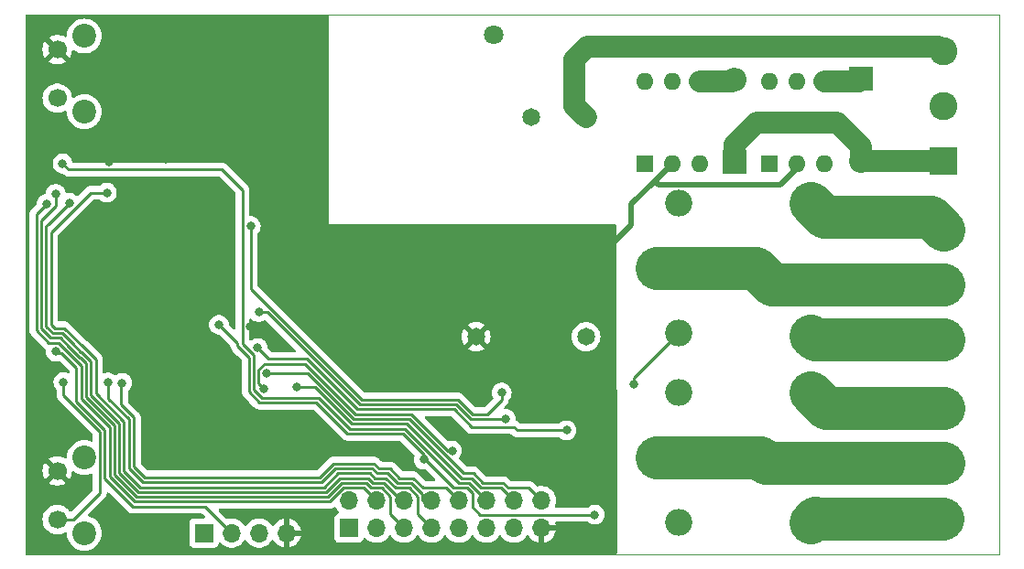
<source format=gbl>
G04 #@! TF.GenerationSoftware,KiCad,Pcbnew,7.0.5-0*
G04 #@! TF.CreationDate,2023-07-10T19:55:56+02:00*
G04 #@! TF.ProjectId,CaptorBoard,43617074-6f72-4426-9f61-72642e6b6963,rev?*
G04 #@! TF.SameCoordinates,Original*
G04 #@! TF.FileFunction,Copper,L2,Bot*
G04 #@! TF.FilePolarity,Positive*
%FSLAX46Y46*%
G04 Gerber Fmt 4.6, Leading zero omitted, Abs format (unit mm)*
G04 Created by KiCad (PCBNEW 7.0.5-0) date 2023-07-10 19:55:56*
%MOMM*%
%LPD*%
G01*
G04 APERTURE LIST*
G04 #@! TA.AperFunction,ComponentPad*
%ADD10R,2.200000X2.200000*%
G04 #@! TD*
G04 #@! TA.AperFunction,ComponentPad*
%ADD11O,2.200000X2.200000*%
G04 #@! TD*
G04 #@! TA.AperFunction,ComponentPad*
%ADD12R,2.600000X2.600000*%
G04 #@! TD*
G04 #@! TA.AperFunction,ComponentPad*
%ADD13C,2.600000*%
G04 #@! TD*
G04 #@! TA.AperFunction,ComponentPad*
%ADD14C,2.200000*%
G04 #@! TD*
G04 #@! TA.AperFunction,ComponentPad*
%ADD15C,1.700000*%
G04 #@! TD*
G04 #@! TA.AperFunction,ComponentPad*
%ADD16R,1.600000X1.600000*%
G04 #@! TD*
G04 #@! TA.AperFunction,ComponentPad*
%ADD17O,1.600000X1.600000*%
G04 #@! TD*
G04 #@! TA.AperFunction,ComponentPad*
%ADD18R,1.700000X1.700000*%
G04 #@! TD*
G04 #@! TA.AperFunction,ComponentPad*
%ADD19O,1.700000X1.700000*%
G04 #@! TD*
G04 #@! TA.AperFunction,ComponentPad*
%ADD20C,1.800000*%
G04 #@! TD*
G04 #@! TA.AperFunction,ComponentPad*
%ADD21R,2.500000X2.500000*%
G04 #@! TD*
G04 #@! TA.AperFunction,ComponentPad*
%ADD22O,2.500000X2.500000*%
G04 #@! TD*
G04 #@! TA.AperFunction,ComponentPad*
%ADD23C,1.650000*%
G04 #@! TD*
G04 #@! TA.AperFunction,ViaPad*
%ADD24C,0.820000*%
G04 #@! TD*
G04 #@! TA.AperFunction,Conductor*
%ADD25C,2.000000*%
G04 #@! TD*
G04 #@! TA.AperFunction,Conductor*
%ADD26C,0.500000*%
G04 #@! TD*
G04 #@! TA.AperFunction,Conductor*
%ADD27C,0.250000*%
G04 #@! TD*
G04 #@! TA.AperFunction,Conductor*
%ADD28C,4.000000*%
G04 #@! TD*
G04 #@! TA.AperFunction,Profile*
%ADD29C,0.100000*%
G04 #@! TD*
G04 APERTURE END LIST*
D10*
X172250000Y-55940000D03*
D11*
X172250000Y-63560000D03*
D10*
X160500000Y-63620000D03*
D11*
X160500000Y-56000000D03*
D12*
X179805000Y-63585000D03*
D13*
X179805000Y-58505000D03*
X179805000Y-53425000D03*
D14*
X100425000Y-98000000D03*
X100425000Y-91000000D03*
D15*
X97925000Y-96750000D03*
X97925000Y-92250000D03*
D14*
X100425000Y-59000000D03*
X100425000Y-52000000D03*
D15*
X97925000Y-57750000D03*
X97925000Y-53250000D03*
D16*
X163725000Y-63800000D03*
D17*
X166265000Y-63800000D03*
X168805000Y-63800000D03*
X168805000Y-56180000D03*
X166265000Y-56180000D03*
X163725000Y-56180000D03*
D16*
X152225000Y-63800000D03*
D17*
X154765000Y-63800000D03*
X157305000Y-63800000D03*
X157305000Y-56180000D03*
X154765000Y-56180000D03*
X152225000Y-56180000D03*
D18*
X111490600Y-97993200D03*
D19*
X114030600Y-97993200D03*
X116570600Y-97993200D03*
X119110600Y-97993200D03*
D20*
X138250000Y-51850000D03*
X145750000Y-54150000D03*
D18*
X124891800Y-97536000D03*
D19*
X124891800Y-94996000D03*
X127431800Y-97536000D03*
X127431800Y-94996000D03*
X129971800Y-97536000D03*
X129971800Y-94996000D03*
X132511800Y-97536000D03*
X132511800Y-94996000D03*
X135051800Y-97536000D03*
X135051800Y-94996000D03*
X137591800Y-97536000D03*
X137591800Y-94996000D03*
X140131800Y-97536000D03*
X140131800Y-94996000D03*
X142671800Y-97536000D03*
X142671800Y-94996000D03*
D21*
X153372500Y-73500000D03*
D22*
X155372500Y-79500000D03*
X167572500Y-79500000D03*
X167572500Y-67500000D03*
X155372500Y-67500000D03*
D12*
X179805000Y-96585000D03*
D13*
X179805000Y-91505000D03*
X179805000Y-86425000D03*
D23*
X146800000Y-59500000D03*
X141720000Y-59500000D03*
X136640000Y-79820000D03*
X146800000Y-79820000D03*
D12*
X179805000Y-80085000D03*
D13*
X179805000Y-75005000D03*
X179805000Y-69925000D03*
D21*
X153372500Y-91000000D03*
D22*
X155372500Y-97000000D03*
X167572500Y-97000000D03*
X167572500Y-85000000D03*
X155372500Y-85000000D03*
D24*
X134100000Y-84200000D03*
X107950000Y-63398400D03*
X115773200Y-78917800D03*
X96012000Y-95250000D03*
X144000000Y-80300000D03*
X113131600Y-87833200D03*
X100838000Y-71882000D03*
X100838000Y-77470000D03*
X148500000Y-77000000D03*
X109270800Y-56083200D03*
X111900000Y-79975700D03*
X105714800Y-56083200D03*
X106426000Y-71882000D03*
X106426000Y-77470000D03*
X102717600Y-63627000D03*
X112776000Y-56083200D03*
X105765600Y-84759800D03*
X147300000Y-88200000D03*
X98500500Y-84033500D03*
X97777572Y-66605500D03*
X102500000Y-66500000D03*
X117043200Y-84658200D03*
X134414517Y-90385483D03*
X97790000Y-81203800D03*
X151200000Y-84200000D03*
X116551700Y-77546200D03*
X139400000Y-87465500D03*
X145000000Y-88500000D03*
X116447630Y-80875700D03*
X98425000Y-63804800D03*
X102616000Y-84074000D03*
X99029430Y-67431830D03*
X96919168Y-67556768D03*
X103911400Y-84099400D03*
X139000000Y-85000000D03*
X115800000Y-69600000D03*
X112864350Y-78719496D03*
X147600000Y-96300000D03*
X131800000Y-91200000D03*
X120040400Y-84505800D03*
X117271800Y-83185000D03*
D25*
X146900000Y-53000000D02*
X179380000Y-53000000D01*
X145750000Y-54150000D02*
X146900000Y-53000000D01*
X145750000Y-54150000D02*
X145750000Y-58450000D01*
X145750000Y-58450000D02*
X146800000Y-59500000D01*
X179380000Y-53000000D02*
X179805000Y-53425000D01*
D26*
X164750000Y-65750000D02*
X166265000Y-64235000D01*
X148500000Y-77000000D02*
X148500000Y-71968336D01*
X153500000Y-65750000D02*
X164750000Y-65750000D01*
X153157500Y-65407500D02*
X154765000Y-63800000D01*
X148500000Y-71968336D02*
X151000000Y-69468336D01*
X166265000Y-64235000D02*
X166265000Y-63800000D01*
X153157500Y-65407500D02*
X153500000Y-65750000D01*
X151000000Y-69468336D02*
X151000000Y-67565000D01*
X151000000Y-67565000D02*
X153157500Y-65407500D01*
D27*
X97925000Y-96750000D02*
X99388800Y-96750000D01*
X101850000Y-88603411D02*
X98500500Y-85253911D01*
X101850000Y-94288800D02*
X101850000Y-88603411D01*
X98500500Y-85253911D02*
X98500500Y-84033500D01*
X99388800Y-96750000D02*
X101850000Y-94288800D01*
X124218703Y-93371000D02*
X126468596Y-93371000D01*
X126468596Y-93371000D02*
X126918596Y-93821000D01*
X100023268Y-81763298D02*
X100075302Y-81763298D01*
X98975000Y-80715030D02*
X100023268Y-81763298D01*
X128701800Y-94604299D02*
X128701800Y-96266000D01*
X98204643Y-79942600D02*
X98975000Y-80712957D01*
X97313408Y-79942600D02*
X98204643Y-79942600D01*
X97777572Y-67737811D02*
X96450000Y-69065383D01*
X100585000Y-82272996D02*
X100585000Y-85429223D01*
X97777572Y-66605500D02*
X97777572Y-67737811D01*
X128701800Y-96266000D02*
X129971800Y-97536000D01*
X103200000Y-88044223D02*
X103200000Y-92605408D01*
X126918596Y-93821000D02*
X127918501Y-93821000D01*
X100585000Y-85429223D02*
X103200000Y-88044223D01*
X103200000Y-92605408D02*
X105249392Y-94654800D01*
X98975000Y-80712957D02*
X98975000Y-80715030D01*
X105249392Y-94654800D02*
X122934903Y-94654800D01*
X96450000Y-69065383D02*
X96450000Y-79079192D01*
X96450000Y-79079192D02*
X97313408Y-79942600D01*
X100075302Y-81763298D02*
X100585000Y-82272996D01*
X127918501Y-93821000D02*
X128701800Y-94604299D01*
X122934903Y-94654800D02*
X124218703Y-93371000D01*
X98577435Y-79042600D02*
X100306335Y-80771500D01*
X101485000Y-85056431D02*
X104100000Y-87671431D01*
X97350000Y-78706400D02*
X97686200Y-79042600D01*
X131241800Y-94604299D02*
X131241800Y-96266000D01*
X127291388Y-92921000D02*
X128291293Y-92921000D01*
X105622184Y-93754800D02*
X122562111Y-93754800D01*
X131241800Y-96266000D02*
X132511800Y-97536000D01*
X130458501Y-93821000D02*
X131241800Y-94604299D01*
X100306335Y-80771500D02*
X100356296Y-80771500D01*
X129191293Y-93821000D02*
X130458501Y-93821000D01*
X123845911Y-92471000D02*
X126841388Y-92471000D01*
X128291293Y-92921000D02*
X129191293Y-93821000D01*
X102500000Y-66500000D02*
X101000000Y-66500000D01*
X100356296Y-80771500D02*
X101485000Y-81900204D01*
X126841388Y-92471000D02*
X127291388Y-92921000D01*
X101000000Y-66500000D02*
X97350000Y-70150000D01*
X122562111Y-93754800D02*
X123845911Y-92471000D01*
X97686200Y-79042600D02*
X98577435Y-79042600D01*
X104100000Y-87671431D02*
X104100000Y-92232616D01*
X104100000Y-92232616D02*
X105622184Y-93754800D01*
X101485000Y-81900204D02*
X101485000Y-85056431D01*
X97350000Y-70150000D02*
X97350000Y-78706400D01*
X117070553Y-82346800D02*
X120847616Y-82346800D01*
X125500816Y-87000000D02*
X130626689Y-87000000D01*
X130626689Y-87000000D02*
X134012172Y-90385483D01*
X120847616Y-82346800D02*
X125500816Y-87000000D01*
X116536800Y-84151800D02*
X116536800Y-82880553D01*
X117043200Y-84658200D02*
X116536800Y-84151800D01*
X116536800Y-82880553D02*
X117070553Y-82346800D01*
X134012172Y-90385483D02*
X134414517Y-90385483D01*
X99685000Y-85802015D02*
X102300000Y-88417015D01*
X99685000Y-82697822D02*
X99685000Y-85802015D01*
X102300000Y-92978200D02*
X104876600Y-95554800D01*
X98337313Y-81350135D02*
X99685000Y-82697822D01*
X97936335Y-81350135D02*
X98337313Y-81350135D01*
X97790000Y-81203800D02*
X97936335Y-81350135D01*
X111592200Y-95554800D02*
X114030600Y-97993200D01*
X102300000Y-88417015D02*
X102300000Y-92978200D01*
X104876600Y-95554800D02*
X111592200Y-95554800D01*
D25*
X160500000Y-63620000D02*
X160500000Y-62025000D01*
X172250000Y-63560000D02*
X179780000Y-63560000D01*
X162525000Y-60000000D02*
X170000000Y-60000000D01*
X160500000Y-62025000D02*
X162525000Y-60000000D01*
X172250000Y-62250000D02*
X172250000Y-63560000D01*
X170000000Y-60000000D02*
X172250000Y-62250000D01*
X179780000Y-63560000D02*
X179805000Y-63585000D01*
X168805000Y-56180000D02*
X172010000Y-56180000D01*
X172010000Y-56180000D02*
X172250000Y-55940000D01*
X160320000Y-56180000D02*
X160500000Y-56000000D01*
X157305000Y-56180000D02*
X160320000Y-56180000D01*
D27*
X151200000Y-84200000D02*
X151200000Y-83672500D01*
X151200000Y-83672500D02*
X155372500Y-79500000D01*
X125873608Y-86100000D02*
X117319808Y-77546200D01*
X134775843Y-86100000D02*
X125873608Y-86100000D01*
X136141343Y-87465500D02*
X134775843Y-86100000D01*
X117319808Y-77546200D02*
X116551700Y-77546200D01*
X139400000Y-87465500D02*
X136141343Y-87465500D01*
D28*
X168997500Y-86425000D02*
X167572500Y-85000000D01*
X179805000Y-86425000D02*
X168997500Y-86425000D01*
X179805000Y-91505000D02*
X163420600Y-91505000D01*
X163420600Y-91505000D02*
X162915600Y-91000000D01*
X162915600Y-91000000D02*
X153372500Y-91000000D01*
X179720950Y-96697800D02*
X167903450Y-96697800D01*
X167987500Y-96585000D02*
X167572500Y-97000000D01*
X179805000Y-69925000D02*
X178637800Y-68757800D01*
X168830300Y-68757800D02*
X167572500Y-67500000D01*
X178637800Y-68757800D02*
X168830300Y-68757800D01*
D27*
X125687212Y-86550000D02*
X121034012Y-81896800D01*
X136239447Y-88200000D02*
X134589447Y-86550000D01*
X140138353Y-88200000D02*
X136239447Y-88200000D01*
X140438353Y-88500000D02*
X140138353Y-88200000D01*
X117468730Y-81896800D02*
X116447630Y-80875700D01*
X121034012Y-81896800D02*
X117468730Y-81896800D01*
X145000000Y-88500000D02*
X140438353Y-88500000D01*
X134589447Y-86550000D02*
X125687212Y-86550000D01*
D28*
X162500000Y-73500000D02*
X153372500Y-73500000D01*
X179805000Y-75005000D02*
X164005000Y-75005000D01*
X164005000Y-75005000D02*
X162500000Y-73500000D01*
X179805000Y-80085000D02*
X167952500Y-80085000D01*
X167952500Y-80085000D02*
X167572500Y-79705000D01*
D27*
X135088501Y-93371000D02*
X130067501Y-88350000D01*
X116816553Y-85471000D02*
X116078000Y-84732447D01*
X98982200Y-64362000D02*
X98425000Y-63804800D01*
X137591800Y-94996000D02*
X135966800Y-93371000D01*
X135966800Y-93371000D02*
X135088501Y-93371000D01*
X115038200Y-66244800D02*
X113155400Y-64362000D01*
X124941628Y-88350000D02*
X122062628Y-85471000D01*
X116078000Y-81545517D02*
X115038200Y-80505717D01*
X130067501Y-88350000D02*
X124941628Y-88350000D01*
X113155400Y-64362000D02*
X98982200Y-64362000D01*
X116078000Y-84732447D02*
X116078000Y-81545517D01*
X115038200Y-80505717D02*
X115038200Y-66244800D01*
X122062628Y-85471000D02*
X116816553Y-85471000D01*
X129377689Y-93371000D02*
X130644897Y-93371000D01*
X105808580Y-93304800D02*
X122375715Y-93304800D01*
X131691800Y-94996000D02*
X132511800Y-94996000D01*
X102616000Y-85551035D02*
X104550000Y-87485035D01*
X104550000Y-92046220D02*
X105808580Y-93304800D01*
X122375715Y-93304800D02*
X123659515Y-92021000D01*
X131691800Y-94417903D02*
X131691800Y-94996000D01*
X127027784Y-92021000D02*
X127477784Y-92471000D01*
X127477784Y-92471000D02*
X128477689Y-92471000D01*
X130644897Y-93371000D02*
X131691800Y-94417903D01*
X128477689Y-92471000D02*
X129377689Y-93371000D01*
X102616000Y-84074000D02*
X102616000Y-85551035D01*
X123659515Y-92021000D02*
X127027784Y-92021000D01*
X104550000Y-87485035D02*
X104550000Y-92046220D01*
X126654992Y-92921000D02*
X127104992Y-93371000D01*
X97499804Y-79492600D02*
X98391039Y-79492600D01*
X100117866Y-81221500D02*
X100169900Y-81221500D01*
X99425000Y-80528634D02*
X100117866Y-81221500D01*
X96900000Y-69571600D02*
X96900000Y-78892796D01*
X101035000Y-82086600D02*
X101035000Y-85242827D01*
X128104897Y-93371000D02*
X129729897Y-94996000D01*
X99029430Y-67431830D02*
X97078800Y-69382460D01*
X127104992Y-93371000D02*
X128104897Y-93371000D01*
X105435788Y-94204800D02*
X122748507Y-94204800D01*
X101035000Y-85242827D02*
X103650000Y-87857827D01*
X97078800Y-69382460D02*
X97078800Y-69392800D01*
X97078800Y-69392800D02*
X96900000Y-69571600D01*
X124032307Y-92921000D02*
X126654992Y-92921000D01*
X129729897Y-94996000D02*
X129971800Y-94996000D01*
X99425000Y-80526561D02*
X99425000Y-80528634D01*
X103650000Y-92419012D02*
X105435788Y-94204800D01*
X122748507Y-94204800D02*
X124032307Y-92921000D01*
X103650000Y-87857827D02*
X103650000Y-92419012D01*
X98391039Y-79492600D02*
X99425000Y-80526561D01*
X100169900Y-81221500D02*
X101035000Y-82086600D01*
X96900000Y-78892796D02*
X97499804Y-79492600D01*
X126256800Y-93821000D02*
X127431800Y-94996000D01*
X124405099Y-93821000D02*
X126256800Y-93821000D01*
X98525000Y-80899353D02*
X98525000Y-80901426D01*
X105062996Y-95104800D02*
X123121299Y-95104800D01*
X98525000Y-80901426D02*
X100135000Y-82511426D01*
X96919168Y-67556768D02*
X96000000Y-68475936D01*
X100135000Y-82511426D02*
X100135000Y-85615619D01*
X97127012Y-80392600D02*
X98018247Y-80392600D01*
X123121299Y-95104800D02*
X124405099Y-93821000D01*
X102750000Y-88230619D02*
X102750000Y-92791804D01*
X98018247Y-80392600D02*
X98525000Y-80899353D01*
X100135000Y-85615619D02*
X102750000Y-88230619D01*
X96000000Y-79265588D02*
X97127012Y-80392600D01*
X102750000Y-92791804D02*
X105062996Y-95104800D01*
X96000000Y-68475936D02*
X96000000Y-79265588D01*
X129564085Y-92921000D02*
X130831293Y-92921000D01*
X122189319Y-92854800D02*
X123473119Y-91571000D01*
X105000000Y-91859824D02*
X105994976Y-92854800D01*
X127664180Y-92021000D02*
X128664085Y-92021000D01*
X127214180Y-91571000D02*
X127664180Y-92021000D01*
X128664085Y-92021000D02*
X129564085Y-92921000D01*
X133902200Y-93821000D02*
X135051800Y-94970600D01*
X123473119Y-91571000D02*
X127214180Y-91571000D01*
X103809800Y-86108439D02*
X105000000Y-87298639D01*
X130831293Y-92921000D02*
X131731293Y-93821000D01*
X103911400Y-84099400D02*
X103809800Y-84201000D01*
X131731293Y-93821000D02*
X133902200Y-93821000D01*
X103809800Y-84201000D02*
X103809800Y-86108439D01*
X105000000Y-87298639D02*
X105000000Y-91859824D01*
X105994976Y-92854800D02*
X122189319Y-92854800D01*
X135051800Y-94970600D02*
X135051800Y-94996000D01*
X126060004Y-85650000D02*
X115800000Y-75389996D01*
X134962239Y-85650000D02*
X126060004Y-85650000D01*
X137684500Y-87015500D02*
X136327739Y-87015500D01*
X115800000Y-75389996D02*
X115800000Y-69600000D01*
X139000000Y-85700000D02*
X137684500Y-87015500D01*
X139000000Y-85000000D02*
X139000000Y-85700000D01*
X136327739Y-87015500D02*
X134962239Y-85650000D01*
X115628000Y-81731913D02*
X114588200Y-80692113D01*
X131800000Y-90718895D02*
X129881105Y-88800000D01*
X121876232Y-85921000D02*
X116604200Y-85921000D01*
X116604200Y-85921000D02*
X115628000Y-84944800D01*
X131800000Y-91200000D02*
X131800000Y-90718895D01*
X124755232Y-88800000D02*
X121876232Y-85921000D01*
X129881105Y-88800000D02*
X124755232Y-88800000D01*
X137000000Y-96300000D02*
X136300000Y-95600000D01*
X115628000Y-84944800D02*
X115628000Y-81731913D01*
X114588200Y-80692113D02*
X114588200Y-80443346D01*
X134565099Y-93821000D02*
X131944099Y-91200000D01*
X114588200Y-80443346D02*
X112864350Y-78719496D01*
X136300000Y-94340596D02*
X135780404Y-93821000D01*
X147600000Y-96300000D02*
X137000000Y-96300000D01*
X135780404Y-93821000D02*
X134565099Y-93821000D01*
X136300000Y-95600000D02*
X136300000Y-94340596D01*
X131944099Y-91200000D02*
X131800000Y-91200000D01*
X136205099Y-92921000D02*
X137105099Y-93821000D01*
X121733824Y-84505800D02*
X125128024Y-87900000D01*
X138956800Y-93821000D02*
X140131800Y-94996000D01*
X130253897Y-87900000D02*
X135274897Y-92921000D01*
X135274897Y-92921000D02*
X136205099Y-92921000D01*
X120040400Y-84505800D02*
X121733824Y-84505800D01*
X125128024Y-87900000D02*
X130253897Y-87900000D01*
X137105099Y-93821000D02*
X138956800Y-93821000D01*
X141496800Y-93821000D02*
X142671800Y-94996000D01*
X121049420Y-83185000D02*
X125314420Y-87450000D01*
X135461293Y-92471000D02*
X136391495Y-92471000D01*
X136391495Y-92471000D02*
X137291495Y-93371000D01*
X139593196Y-93821000D02*
X141496800Y-93821000D01*
X139143196Y-93371000D02*
X139593196Y-93821000D01*
X125314420Y-87450000D02*
X130440293Y-87450000D01*
X130440293Y-87450000D02*
X135461293Y-92471000D01*
X117271800Y-83185000D02*
X121049420Y-83185000D01*
X137291495Y-93371000D02*
X139143196Y-93371000D01*
G04 #@! TA.AperFunction,Conductor*
G36*
X115880212Y-78174554D02*
G01*
X115891337Y-78185469D01*
X115933715Y-78232536D01*
X115933718Y-78232538D01*
X116089920Y-78346026D01*
X116266305Y-78424557D01*
X116455162Y-78464700D01*
X116648238Y-78464700D01*
X116837095Y-78424557D01*
X117013480Y-78346026D01*
X117048194Y-78320803D01*
X117115058Y-78296946D01*
X117184210Y-78313025D01*
X117211349Y-78333645D01*
X119925909Y-81048205D01*
X119959935Y-81110517D01*
X119954870Y-81181332D01*
X119912323Y-81238168D01*
X119845803Y-81262979D01*
X119836814Y-81263300D01*
X117783325Y-81263300D01*
X117715204Y-81243298D01*
X117694230Y-81226395D01*
X117405987Y-80938152D01*
X117371961Y-80875840D01*
X117369774Y-80862243D01*
X117351007Y-80683681D01*
X117349952Y-80680434D01*
X117291345Y-80500060D01*
X117291341Y-80500052D01*
X117194807Y-80332849D01*
X117194806Y-80332848D01*
X117194805Y-80332846D01*
X117065612Y-80189362D01*
X117056836Y-80182986D01*
X116909410Y-80075874D01*
X116733025Y-79997343D01*
X116544168Y-79957200D01*
X116351092Y-79957200D01*
X116162234Y-79997343D01*
X115985846Y-80075876D01*
X115871761Y-80158764D01*
X115804893Y-80182623D01*
X115735741Y-80166542D01*
X115686261Y-80115628D01*
X115671700Y-80056828D01*
X115671700Y-78269778D01*
X115691702Y-78201657D01*
X115745358Y-78155164D01*
X115815632Y-78145060D01*
X115880212Y-78174554D01*
G37*
G04 #@! TD.AperFunction*
G04 #@! TA.AperFunction,Conductor*
G36*
X122942035Y-50058002D02*
G01*
X122988528Y-50111658D01*
X122999914Y-50164086D01*
X122986799Y-69399799D01*
X122986800Y-69399800D01*
X149493210Y-69399800D01*
X149561331Y-69419802D01*
X149607824Y-69473458D01*
X149619210Y-69525590D01*
X149669789Y-99822790D01*
X149649901Y-99890944D01*
X149596323Y-99937526D01*
X149543789Y-99949000D01*
X95136500Y-99949000D01*
X95068379Y-99928998D01*
X95021886Y-99875342D01*
X95010500Y-99823000D01*
X95010500Y-68455879D01*
X95361780Y-68455879D01*
X95366220Y-68502853D01*
X95366500Y-68508786D01*
X95366500Y-79181734D01*
X95364751Y-79197576D01*
X95365044Y-79197604D01*
X95364298Y-79205496D01*
X95366469Y-79274562D01*
X95366500Y-79276541D01*
X95366500Y-79305439D01*
X95366501Y-79305460D01*
X95367378Y-79312408D01*
X95367844Y-79318320D01*
X95369326Y-79365476D01*
X95369327Y-79365481D01*
X95374977Y-79384927D01*
X95378986Y-79404285D01*
X95381525Y-79424381D01*
X95381526Y-79424387D01*
X95398893Y-79468250D01*
X95400816Y-79473867D01*
X95413982Y-79519181D01*
X95424294Y-79536619D01*
X95432988Y-79554367D01*
X95440444Y-79573197D01*
X95440450Y-79573208D01*
X95468177Y-79611371D01*
X95471437Y-79616334D01*
X95495460Y-79656953D01*
X95509779Y-79671272D01*
X95522617Y-79686302D01*
X95532156Y-79699431D01*
X95534528Y-79702695D01*
X95539789Y-79707047D01*
X95570886Y-79732773D01*
X95575267Y-79736759D01*
X96116160Y-80277652D01*
X96619765Y-80781257D01*
X96629732Y-80793697D01*
X96629959Y-80793510D01*
X96635011Y-80799617D01*
X96685400Y-80846935D01*
X96686789Y-80848281D01*
X96707243Y-80868735D01*
X96712782Y-80873031D01*
X96717294Y-80876885D01*
X96751690Y-80909185D01*
X96751694Y-80909188D01*
X96769442Y-80918945D01*
X96785969Y-80929801D01*
X96801972Y-80942214D01*
X96804985Y-80943518D01*
X96806974Y-80945172D01*
X96808791Y-80946247D01*
X96808617Y-80946540D01*
X96859560Y-80988924D01*
X96880924Y-81056629D01*
X96880259Y-81072326D01*
X96866441Y-81203799D01*
X96886622Y-81395819D01*
X96946284Y-81579439D01*
X96946288Y-81579447D01*
X97042822Y-81746650D01*
X97042823Y-81746652D01*
X97042825Y-81746654D01*
X97172018Y-81890138D01*
X97328220Y-82003626D01*
X97504605Y-82082157D01*
X97693462Y-82122300D01*
X97886538Y-82122300D01*
X98075395Y-82082157D01*
X98075410Y-82082150D01*
X98075930Y-82081982D01*
X98076262Y-82081972D01*
X98081854Y-82080784D01*
X98082071Y-82081805D01*
X98146898Y-82079940D01*
X98203986Y-82112712D01*
X99014595Y-82923321D01*
X99048621Y-82985633D01*
X99051500Y-83012416D01*
X99051500Y-83079374D01*
X99031498Y-83147495D01*
X98977842Y-83193988D01*
X98907568Y-83204092D01*
X98874252Y-83194481D01*
X98785897Y-83155143D01*
X98597038Y-83115000D01*
X98403962Y-83115000D01*
X98215104Y-83155143D01*
X98038716Y-83233676D01*
X97882518Y-83347161D01*
X97753322Y-83490649D01*
X97656788Y-83657852D01*
X97656784Y-83657860D01*
X97597122Y-83841480D01*
X97576941Y-84033500D01*
X97597122Y-84225519D01*
X97656784Y-84409139D01*
X97656788Y-84409147D01*
X97753322Y-84576350D01*
X97753323Y-84576352D01*
X97753325Y-84576354D01*
X97834637Y-84666660D01*
X97865353Y-84730666D01*
X97867000Y-84750969D01*
X97867000Y-85170057D01*
X97865251Y-85185899D01*
X97865544Y-85185927D01*
X97864798Y-85193819D01*
X97866969Y-85262885D01*
X97867000Y-85264864D01*
X97867000Y-85293762D01*
X97867001Y-85293783D01*
X97867878Y-85300731D01*
X97868344Y-85306643D01*
X97869826Y-85353799D01*
X97869827Y-85353804D01*
X97875477Y-85373250D01*
X97879486Y-85392608D01*
X97882025Y-85412704D01*
X97882026Y-85412710D01*
X97899393Y-85456573D01*
X97901316Y-85462190D01*
X97914482Y-85507504D01*
X97924794Y-85524942D01*
X97933488Y-85542690D01*
X97940944Y-85561520D01*
X97940950Y-85561531D01*
X97968677Y-85599694D01*
X97971937Y-85604657D01*
X97995960Y-85645276D01*
X98010279Y-85659595D01*
X98023117Y-85674625D01*
X98032656Y-85687754D01*
X98035028Y-85691018D01*
X98060553Y-85712134D01*
X98071386Y-85721096D01*
X98075767Y-85725082D01*
X99638356Y-87287671D01*
X101179595Y-88828910D01*
X101213621Y-88891222D01*
X101216500Y-88918005D01*
X101216500Y-89398249D01*
X101196498Y-89466370D01*
X101142842Y-89512863D01*
X101072568Y-89522967D01*
X101042283Y-89514658D01*
X100923591Y-89465495D01*
X100809977Y-89438219D01*
X100677403Y-89406391D01*
X100425000Y-89386526D01*
X100172597Y-89406391D01*
X99926410Y-89465494D01*
X99692499Y-89562383D01*
X99476625Y-89694671D01*
X99284102Y-89859102D01*
X99119671Y-90051625D01*
X98987383Y-90267499D01*
X98890494Y-90501410D01*
X98831391Y-90747597D01*
X98812711Y-90984941D01*
X98787425Y-91051283D01*
X98730287Y-91093422D01*
X98659437Y-91097981D01*
X98627130Y-91085869D01*
X98472371Y-91002118D01*
X98472369Y-91002116D01*
X98259516Y-90929044D01*
X98259509Y-90929042D01*
X98037523Y-90892000D01*
X97812477Y-90892000D01*
X97590490Y-90929042D01*
X97590483Y-90929044D01*
X97377630Y-91002116D01*
X97377628Y-91002118D01*
X97179700Y-91109230D01*
X97159310Y-91125099D01*
X97159310Y-91125100D01*
X97797412Y-91763202D01*
X97782685Y-91765320D01*
X97651900Y-91825048D01*
X97543239Y-91919202D01*
X97465507Y-92040156D01*
X97440638Y-92124849D01*
X96801921Y-91486132D01*
X96726580Y-91601451D01*
X96636179Y-91807543D01*
X96636176Y-91807550D01*
X96580932Y-92025707D01*
X96562346Y-92249999D01*
X96580932Y-92474292D01*
X96636176Y-92692449D01*
X96636179Y-92692456D01*
X96726580Y-92898548D01*
X96801922Y-93013866D01*
X97440638Y-92375149D01*
X97465507Y-92459844D01*
X97543239Y-92580798D01*
X97651900Y-92674952D01*
X97782685Y-92734680D01*
X97797412Y-92736797D01*
X97159310Y-93374898D01*
X97179694Y-93390763D01*
X97179696Y-93390765D01*
X97377632Y-93497883D01*
X97590483Y-93570955D01*
X97590490Y-93570957D01*
X97812477Y-93608000D01*
X98037523Y-93608000D01*
X98259509Y-93570957D01*
X98259516Y-93570955D01*
X98472369Y-93497883D01*
X98472371Y-93497882D01*
X98670298Y-93390768D01*
X98670302Y-93390766D01*
X98690689Y-93374898D01*
X98052588Y-92736797D01*
X98067315Y-92734680D01*
X98198100Y-92674952D01*
X98306761Y-92580798D01*
X98384493Y-92459844D01*
X98409360Y-92375151D01*
X99048076Y-93013867D01*
X99048077Y-93013866D01*
X99123419Y-92898551D01*
X99213820Y-92692456D01*
X99213823Y-92692449D01*
X99269067Y-92474292D01*
X99275569Y-92395826D01*
X99301128Y-92329590D01*
X99358439Y-92287686D01*
X99429307Y-92283419D01*
X99472269Y-92302959D01*
X99472403Y-92302741D01*
X99474169Y-92303823D01*
X99475195Y-92304290D01*
X99476619Y-92305324D01*
X99476624Y-92305328D01*
X99692498Y-92437616D01*
X99926409Y-92534505D01*
X100172597Y-92593609D01*
X100425000Y-92613474D01*
X100677403Y-92593609D01*
X100923591Y-92534505D01*
X101042284Y-92485340D01*
X101112872Y-92477752D01*
X101176359Y-92509531D01*
X101212586Y-92570589D01*
X101216500Y-92601750D01*
X101216500Y-93974204D01*
X101196498Y-94042325D01*
X101179595Y-94063299D01*
X99240618Y-96002275D01*
X99178306Y-96036301D01*
X99107490Y-96031236D01*
X99050655Y-95988689D01*
X99046040Y-95982096D01*
X99000720Y-95912729D01*
X98857496Y-95757149D01*
X98848240Y-95747094D01*
X98848239Y-95747093D01*
X98848237Y-95747091D01*
X98741933Y-95664351D01*
X98670576Y-95608811D01*
X98472574Y-95501658D01*
X98472572Y-95501657D01*
X98472571Y-95501656D01*
X98259639Y-95428557D01*
X98259630Y-95428555D01*
X98215476Y-95421187D01*
X98037569Y-95391500D01*
X97812431Y-95391500D01*
X97664211Y-95416233D01*
X97590369Y-95428555D01*
X97590360Y-95428557D01*
X97377428Y-95501656D01*
X97377426Y-95501658D01*
X97217869Y-95588006D01*
X97179426Y-95608810D01*
X97179424Y-95608811D01*
X97001762Y-95747091D01*
X96849279Y-95912729D01*
X96849275Y-95912734D01*
X96726141Y-96101206D01*
X96635703Y-96307386D01*
X96635702Y-96307387D01*
X96580437Y-96525624D01*
X96580436Y-96525630D01*
X96580436Y-96525632D01*
X96561844Y-96750000D01*
X96579348Y-96961243D01*
X96580437Y-96974375D01*
X96635702Y-97192612D01*
X96635703Y-97192613D01*
X96635704Y-97192616D01*
X96726140Y-97398791D01*
X96726141Y-97398793D01*
X96849275Y-97587265D01*
X96849279Y-97587270D01*
X97001762Y-97752908D01*
X97011347Y-97760368D01*
X97179424Y-97891189D01*
X97377426Y-97998342D01*
X97377427Y-97998342D01*
X97377428Y-97998343D01*
X97487120Y-98036000D01*
X97590365Y-98071444D01*
X97812431Y-98108500D01*
X97812435Y-98108500D01*
X98037565Y-98108500D01*
X98037569Y-98108500D01*
X98259635Y-98071444D01*
X98472574Y-97998342D01*
X98627175Y-97914676D01*
X98696602Y-97899846D01*
X98763029Y-97924906D01*
X98805362Y-97981901D01*
X98812754Y-98015604D01*
X98831391Y-98252402D01*
X98890494Y-98498589D01*
X98971477Y-98694098D01*
X98987384Y-98732502D01*
X99119672Y-98948376D01*
X99284102Y-99140898D01*
X99476624Y-99305328D01*
X99692498Y-99437616D01*
X99926409Y-99534505D01*
X100172597Y-99593609D01*
X100425000Y-99613474D01*
X100677403Y-99593609D01*
X100923591Y-99534505D01*
X101157502Y-99437616D01*
X101373376Y-99305328D01*
X101565898Y-99140898D01*
X101730328Y-98948376D01*
X101862616Y-98732502D01*
X101959505Y-98498591D01*
X102018609Y-98252403D01*
X102038474Y-98000000D01*
X102018609Y-97747597D01*
X101959505Y-97501409D01*
X101862616Y-97267498D01*
X101730328Y-97051624D01*
X101565898Y-96859102D01*
X101373376Y-96694672D01*
X101157502Y-96562384D01*
X100923591Y-96465495D01*
X100856586Y-96449408D01*
X100795018Y-96414056D01*
X100762336Y-96351030D01*
X100768917Y-96280339D01*
X100796905Y-96237797D01*
X102238657Y-94796045D01*
X102251092Y-94786084D01*
X102250905Y-94785857D01*
X102257016Y-94780801D01*
X102257015Y-94780801D01*
X102257018Y-94780800D01*
X102304352Y-94730392D01*
X102305667Y-94729035D01*
X102326134Y-94708570D01*
X102330429Y-94703032D01*
X102334271Y-94698531D01*
X102366586Y-94664121D01*
X102376345Y-94646367D01*
X102387197Y-94629846D01*
X102399613Y-94613841D01*
X102418347Y-94570548D01*
X102420961Y-94565212D01*
X102443694Y-94523861D01*
X102443695Y-94523860D01*
X102448733Y-94504235D01*
X102455138Y-94485530D01*
X102463181Y-94466945D01*
X102470563Y-94420325D01*
X102471761Y-94414544D01*
X102483500Y-94368830D01*
X102483500Y-94361793D01*
X102503502Y-94293673D01*
X102557158Y-94247180D01*
X102627432Y-94237076D01*
X102692012Y-94266570D01*
X102698595Y-94272699D01*
X104369353Y-95943457D01*
X104379320Y-95955897D01*
X104379547Y-95955710D01*
X104384599Y-95961817D01*
X104384600Y-95961818D01*
X104413354Y-95988820D01*
X104434988Y-96009135D01*
X104436377Y-96010481D01*
X104456831Y-96030935D01*
X104462370Y-96035231D01*
X104466882Y-96039085D01*
X104501278Y-96071385D01*
X104501282Y-96071388D01*
X104519030Y-96081145D01*
X104535557Y-96092001D01*
X104551560Y-96104414D01*
X104594859Y-96123151D01*
X104600185Y-96125760D01*
X104641535Y-96148493D01*
X104641538Y-96148494D01*
X104641540Y-96148495D01*
X104661162Y-96153533D01*
X104679863Y-96159935D01*
X104692414Y-96165367D01*
X104698452Y-96167980D01*
X104698453Y-96167980D01*
X104698455Y-96167981D01*
X104745077Y-96175364D01*
X104750862Y-96176563D01*
X104796570Y-96188300D01*
X104816824Y-96188300D01*
X104836534Y-96189851D01*
X104838741Y-96190200D01*
X104856543Y-96193020D01*
X104890470Y-96189812D01*
X104903517Y-96188580D01*
X104909450Y-96188300D01*
X111277606Y-96188300D01*
X111345727Y-96208302D01*
X111366701Y-96225205D01*
X111561101Y-96419605D01*
X111595127Y-96481917D01*
X111590062Y-96552732D01*
X111547515Y-96609568D01*
X111480995Y-96634379D01*
X111472006Y-96634700D01*
X110591950Y-96634700D01*
X110531403Y-96641209D01*
X110531395Y-96641211D01*
X110394397Y-96692310D01*
X110394392Y-96692312D01*
X110277338Y-96779938D01*
X110189712Y-96896992D01*
X110189710Y-96896997D01*
X110138611Y-97033995D01*
X110138609Y-97034003D01*
X110132100Y-97094550D01*
X110132100Y-98891849D01*
X110138609Y-98952396D01*
X110138611Y-98952404D01*
X110189710Y-99089402D01*
X110189712Y-99089407D01*
X110277338Y-99206461D01*
X110394392Y-99294087D01*
X110394394Y-99294088D01*
X110394396Y-99294089D01*
X110448200Y-99314157D01*
X110531395Y-99345188D01*
X110531403Y-99345190D01*
X110591950Y-99351699D01*
X110591955Y-99351699D01*
X110591962Y-99351700D01*
X110591968Y-99351700D01*
X112389232Y-99351700D01*
X112389238Y-99351700D01*
X112389245Y-99351699D01*
X112389249Y-99351699D01*
X112449796Y-99345190D01*
X112449799Y-99345189D01*
X112449801Y-99345189D01*
X112586804Y-99294089D01*
X112656999Y-99241542D01*
X112703861Y-99206461D01*
X112791486Y-99089408D01*
X112791485Y-99089408D01*
X112791489Y-99089404D01*
X112835599Y-98971139D01*
X112878145Y-98914307D01*
X112944666Y-98889496D01*
X113014040Y-98904588D01*
X113046353Y-98929835D01*
X113067129Y-98952404D01*
X113107362Y-98996108D01*
X113161931Y-99038581D01*
X113285024Y-99134389D01*
X113483026Y-99241542D01*
X113483027Y-99241542D01*
X113483028Y-99241543D01*
X113594827Y-99279923D01*
X113695965Y-99314644D01*
X113918031Y-99351700D01*
X113918035Y-99351700D01*
X114143165Y-99351700D01*
X114143169Y-99351700D01*
X114365235Y-99314644D01*
X114578174Y-99241542D01*
X114776176Y-99134389D01*
X114953840Y-98996106D01*
X115106322Y-98830468D01*
X115195118Y-98694554D01*
X115249120Y-98648468D01*
X115319468Y-98638892D01*
X115383825Y-98668869D01*
X115406080Y-98694553D01*
X115430874Y-98732502D01*
X115494875Y-98830465D01*
X115494879Y-98830470D01*
X115647362Y-98996108D01*
X115701931Y-99038581D01*
X115825024Y-99134389D01*
X116023026Y-99241542D01*
X116023027Y-99241542D01*
X116023028Y-99241543D01*
X116134827Y-99279923D01*
X116235965Y-99314644D01*
X116458031Y-99351700D01*
X116458035Y-99351700D01*
X116683165Y-99351700D01*
X116683169Y-99351700D01*
X116905235Y-99314644D01*
X117118174Y-99241542D01*
X117316176Y-99134389D01*
X117493840Y-98996106D01*
X117646322Y-98830468D01*
X117735416Y-98694098D01*
X117789419Y-98648010D01*
X117859767Y-98638435D01*
X117924124Y-98668412D01*
X117946382Y-98694098D01*
X118035274Y-98830158D01*
X118187697Y-98995734D01*
X118365298Y-99133967D01*
X118365299Y-99133968D01*
X118563228Y-99241082D01*
X118563230Y-99241083D01*
X118776083Y-99314155D01*
X118776090Y-99314157D01*
X118856599Y-99327591D01*
X118856599Y-98426874D01*
X118968285Y-98477880D01*
X119074837Y-98493200D01*
X119146363Y-98493200D01*
X119252915Y-98477880D01*
X119364600Y-98426874D01*
X119364600Y-99327590D01*
X119445107Y-99314157D01*
X119445116Y-99314155D01*
X119657969Y-99241083D01*
X119657971Y-99241082D01*
X119855900Y-99133968D01*
X119855901Y-99133967D01*
X120033502Y-98995734D01*
X120185925Y-98830158D01*
X120309019Y-98641748D01*
X120399420Y-98435656D01*
X120399423Y-98435649D01*
X120447144Y-98247200D01*
X119541716Y-98247200D01*
X119570093Y-98203044D01*
X119610600Y-98065089D01*
X119610600Y-97921311D01*
X119570093Y-97783356D01*
X119541716Y-97739200D01*
X120447144Y-97739200D01*
X120447144Y-97739199D01*
X120399423Y-97550750D01*
X120399420Y-97550743D01*
X120309019Y-97344651D01*
X120185925Y-97156241D01*
X120033502Y-96990665D01*
X119855901Y-96852432D01*
X119855900Y-96852431D01*
X119657971Y-96745317D01*
X119657969Y-96745316D01*
X119445112Y-96672243D01*
X119445101Y-96672240D01*
X119364600Y-96658806D01*
X119364600Y-97559525D01*
X119252915Y-97508520D01*
X119146363Y-97493200D01*
X119074837Y-97493200D01*
X118968285Y-97508520D01*
X118856599Y-97559525D01*
X118856599Y-96658807D01*
X118856598Y-96658806D01*
X118776084Y-96672243D01*
X118563231Y-96745316D01*
X118563228Y-96745317D01*
X118365299Y-96852431D01*
X118365298Y-96852432D01*
X118187697Y-96990665D01*
X118035270Y-97156245D01*
X117946380Y-97292301D01*
X117892376Y-97338389D01*
X117822028Y-97347964D01*
X117757671Y-97317986D01*
X117735416Y-97292301D01*
X117670287Y-97192613D01*
X117646324Y-97155934D01*
X117646320Y-97155929D01*
X117520712Y-97019485D01*
X117493840Y-96990294D01*
X117493839Y-96990293D01*
X117493837Y-96990291D01*
X117373967Y-96896992D01*
X117316176Y-96852011D01*
X117118174Y-96744858D01*
X117118172Y-96744857D01*
X117118171Y-96744856D01*
X116905239Y-96671757D01*
X116905230Y-96671755D01*
X116827629Y-96658806D01*
X116683169Y-96634700D01*
X116458031Y-96634700D01*
X116313571Y-96658806D01*
X116235969Y-96671755D01*
X116235960Y-96671757D01*
X116023028Y-96744856D01*
X116023026Y-96744858D01*
X115825026Y-96852010D01*
X115825024Y-96852011D01*
X115647362Y-96990291D01*
X115494879Y-97155929D01*
X115406083Y-97291843D01*
X115352079Y-97337931D01*
X115281731Y-97347506D01*
X115217374Y-97317529D01*
X115195117Y-97291843D01*
X115106320Y-97155929D01*
X114980712Y-97019485D01*
X114953840Y-96990294D01*
X114953839Y-96990293D01*
X114953837Y-96990291D01*
X114833967Y-96896992D01*
X114776176Y-96852011D01*
X114578174Y-96744858D01*
X114578172Y-96744857D01*
X114578171Y-96744856D01*
X114365239Y-96671757D01*
X114365230Y-96671755D01*
X114287629Y-96658806D01*
X114143169Y-96634700D01*
X113918031Y-96634700D01*
X113807096Y-96653211D01*
X113695955Y-96671757D01*
X113692813Y-96672553D01*
X113691489Y-96672503D01*
X113690824Y-96672614D01*
X113690801Y-96672477D01*
X113621867Y-96669875D01*
X113572804Y-96639499D01*
X112886700Y-95953395D01*
X112852674Y-95891083D01*
X112857739Y-95820268D01*
X112900286Y-95763432D01*
X112966806Y-95738621D01*
X112975795Y-95738300D01*
X123037446Y-95738300D01*
X123053287Y-95740049D01*
X123053315Y-95739756D01*
X123061200Y-95740500D01*
X123061208Y-95740502D01*
X123122507Y-95738575D01*
X123130275Y-95738331D01*
X123132254Y-95738300D01*
X123161150Y-95738300D01*
X123161155Y-95738300D01*
X123168117Y-95737419D01*
X123174018Y-95736954D01*
X123221188Y-95735473D01*
X123240646Y-95729819D01*
X123259993Y-95725813D01*
X123280096Y-95723274D01*
X123323978Y-95705899D01*
X123329573Y-95703983D01*
X123358115Y-95695691D01*
X123374890Y-95690819D01*
X123374894Y-95690817D01*
X123392325Y-95680508D01*
X123410079Y-95671809D01*
X123428916Y-95664352D01*
X123467085Y-95636618D01*
X123472043Y-95633362D01*
X123512661Y-95609342D01*
X123512660Y-95609342D01*
X123519488Y-95605305D01*
X123520821Y-95607559D01*
X123575018Y-95586264D01*
X123644644Y-95600147D01*
X123691674Y-95642853D01*
X123816075Y-95833265D01*
X123816078Y-95833268D01*
X123889232Y-95912734D01*
X123959275Y-95988820D01*
X123990696Y-96052485D01*
X123982709Y-96123031D01*
X123937851Y-96178060D01*
X123910607Y-96192213D01*
X123795597Y-96235110D01*
X123795592Y-96235112D01*
X123678538Y-96322738D01*
X123590912Y-96439792D01*
X123590910Y-96439797D01*
X123539811Y-96576795D01*
X123539809Y-96576803D01*
X123533300Y-96637350D01*
X123533300Y-98434649D01*
X123539809Y-98495196D01*
X123539811Y-98495204D01*
X123590910Y-98632202D01*
X123590912Y-98632207D01*
X123678538Y-98749261D01*
X123795592Y-98836887D01*
X123795594Y-98836888D01*
X123795596Y-98836889D01*
X123849400Y-98856957D01*
X123932595Y-98887988D01*
X123932603Y-98887990D01*
X123993150Y-98894499D01*
X123993155Y-98894499D01*
X123993162Y-98894500D01*
X123993168Y-98894500D01*
X125790432Y-98894500D01*
X125790438Y-98894500D01*
X125790445Y-98894499D01*
X125790449Y-98894499D01*
X125850996Y-98887990D01*
X125850999Y-98887989D01*
X125851001Y-98887989D01*
X125988004Y-98836889D01*
X125996582Y-98830468D01*
X126105061Y-98749261D01*
X126192686Y-98632208D01*
X126192685Y-98632208D01*
X126192689Y-98632204D01*
X126236799Y-98513939D01*
X126279345Y-98457107D01*
X126345866Y-98432296D01*
X126415240Y-98447388D01*
X126447553Y-98472635D01*
X126471447Y-98498591D01*
X126508562Y-98538908D01*
X126563131Y-98581381D01*
X126686224Y-98677189D01*
X126884226Y-98784342D01*
X126884227Y-98784342D01*
X126884228Y-98784343D01*
X126996027Y-98822723D01*
X127097165Y-98857444D01*
X127319231Y-98894500D01*
X127319235Y-98894500D01*
X127544365Y-98894500D01*
X127544369Y-98894500D01*
X127766435Y-98857444D01*
X127979374Y-98784342D01*
X128177376Y-98677189D01*
X128355040Y-98538906D01*
X128507522Y-98373268D01*
X128596318Y-98237354D01*
X128650320Y-98191268D01*
X128720668Y-98181692D01*
X128785025Y-98211669D01*
X128807280Y-98237353D01*
X128817113Y-98252403D01*
X128896075Y-98373265D01*
X128896079Y-98373270D01*
X129048562Y-98538908D01*
X129103131Y-98581381D01*
X129226224Y-98677189D01*
X129424226Y-98784342D01*
X129424227Y-98784342D01*
X129424228Y-98784343D01*
X129536027Y-98822723D01*
X129637165Y-98857444D01*
X129859231Y-98894500D01*
X129859235Y-98894500D01*
X130084365Y-98894500D01*
X130084369Y-98894500D01*
X130306435Y-98857444D01*
X130519374Y-98784342D01*
X130717376Y-98677189D01*
X130895040Y-98538906D01*
X131047522Y-98373268D01*
X131136318Y-98237356D01*
X131190320Y-98191268D01*
X131260668Y-98181693D01*
X131325026Y-98211670D01*
X131347283Y-98237357D01*
X131436075Y-98373265D01*
X131436079Y-98373270D01*
X131588562Y-98538908D01*
X131643131Y-98581381D01*
X131766224Y-98677189D01*
X131964226Y-98784342D01*
X131964227Y-98784342D01*
X131964228Y-98784343D01*
X132076027Y-98822723D01*
X132177165Y-98857444D01*
X132399231Y-98894500D01*
X132399235Y-98894500D01*
X132624365Y-98894500D01*
X132624369Y-98894500D01*
X132846435Y-98857444D01*
X133059374Y-98784342D01*
X133257376Y-98677189D01*
X133435040Y-98538906D01*
X133587522Y-98373268D01*
X133676318Y-98237354D01*
X133730320Y-98191268D01*
X133800668Y-98181692D01*
X133865025Y-98211669D01*
X133887280Y-98237353D01*
X133897113Y-98252403D01*
X133976075Y-98373265D01*
X133976079Y-98373270D01*
X134128562Y-98538908D01*
X134183131Y-98581381D01*
X134306224Y-98677189D01*
X134504226Y-98784342D01*
X134504227Y-98784342D01*
X134504228Y-98784343D01*
X134616027Y-98822723D01*
X134717165Y-98857444D01*
X134939231Y-98894500D01*
X134939235Y-98894500D01*
X135164365Y-98894500D01*
X135164369Y-98894500D01*
X135386435Y-98857444D01*
X135599374Y-98784342D01*
X135797376Y-98677189D01*
X135975040Y-98538906D01*
X136127522Y-98373268D01*
X136216318Y-98237354D01*
X136270320Y-98191268D01*
X136340668Y-98181692D01*
X136405025Y-98211669D01*
X136427280Y-98237353D01*
X136437113Y-98252403D01*
X136516075Y-98373265D01*
X136516079Y-98373270D01*
X136668562Y-98538908D01*
X136723131Y-98581381D01*
X136846224Y-98677189D01*
X137044226Y-98784342D01*
X137044227Y-98784342D01*
X137044228Y-98784343D01*
X137156027Y-98822723D01*
X137257165Y-98857444D01*
X137479231Y-98894500D01*
X137479235Y-98894500D01*
X137704365Y-98894500D01*
X137704369Y-98894500D01*
X137926435Y-98857444D01*
X138139374Y-98784342D01*
X138337376Y-98677189D01*
X138515040Y-98538906D01*
X138667522Y-98373268D01*
X138756318Y-98237354D01*
X138810320Y-98191268D01*
X138880668Y-98181692D01*
X138945025Y-98211669D01*
X138967280Y-98237353D01*
X138977113Y-98252403D01*
X139056075Y-98373265D01*
X139056079Y-98373270D01*
X139208562Y-98538908D01*
X139263131Y-98581381D01*
X139386224Y-98677189D01*
X139584226Y-98784342D01*
X139584227Y-98784342D01*
X139584228Y-98784343D01*
X139696027Y-98822723D01*
X139797165Y-98857444D01*
X140019231Y-98894500D01*
X140019235Y-98894500D01*
X140244365Y-98894500D01*
X140244369Y-98894500D01*
X140466435Y-98857444D01*
X140679374Y-98784342D01*
X140877376Y-98677189D01*
X141055040Y-98538906D01*
X141207522Y-98373268D01*
X141296616Y-98236898D01*
X141350619Y-98190810D01*
X141420967Y-98181235D01*
X141485324Y-98211212D01*
X141507582Y-98236898D01*
X141596474Y-98372958D01*
X141748897Y-98538534D01*
X141926498Y-98676767D01*
X141926499Y-98676768D01*
X142124428Y-98783882D01*
X142124430Y-98783883D01*
X142337283Y-98856955D01*
X142337292Y-98856957D01*
X142417800Y-98870391D01*
X142417800Y-97969674D01*
X142529485Y-98020680D01*
X142636037Y-98036000D01*
X142707563Y-98036000D01*
X142814115Y-98020680D01*
X142925800Y-97969674D01*
X142925800Y-98870390D01*
X143006307Y-98856957D01*
X143006316Y-98856955D01*
X143219169Y-98783883D01*
X143219171Y-98783882D01*
X143417100Y-98676768D01*
X143417101Y-98676767D01*
X143594702Y-98538534D01*
X143747125Y-98372958D01*
X143870219Y-98184548D01*
X143960620Y-97978456D01*
X143960623Y-97978449D01*
X144008344Y-97790000D01*
X143102916Y-97790000D01*
X143131293Y-97745844D01*
X143171800Y-97607889D01*
X143171800Y-97464111D01*
X143131293Y-97326156D01*
X143102916Y-97282000D01*
X144008344Y-97282000D01*
X144008344Y-97281999D01*
X143959833Y-97090431D01*
X143962500Y-97019485D01*
X144003100Y-96961243D01*
X144068744Y-96934197D01*
X144081977Y-96933500D01*
X146878344Y-96933500D01*
X146946465Y-96953502D01*
X146971980Y-96975190D01*
X146982019Y-96986340D01*
X147071877Y-97051625D01*
X147138220Y-97099826D01*
X147314605Y-97178357D01*
X147503462Y-97218500D01*
X147696538Y-97218500D01*
X147885395Y-97178357D01*
X148061780Y-97099826D01*
X148217982Y-96986338D01*
X148347175Y-96842854D01*
X148443713Y-96675645D01*
X148503377Y-96492019D01*
X148523559Y-96300000D01*
X148504196Y-96115772D01*
X148503377Y-96107980D01*
X148443715Y-95924360D01*
X148443711Y-95924352D01*
X148437003Y-95912734D01*
X148391122Y-95833265D01*
X148347177Y-95757149D01*
X148347176Y-95757148D01*
X148347175Y-95757146D01*
X148217982Y-95613662D01*
X148211305Y-95608811D01*
X148061780Y-95500174D01*
X147885395Y-95421643D01*
X147696538Y-95381500D01*
X147503462Y-95381500D01*
X147314604Y-95421643D01*
X147138216Y-95500176D01*
X146982020Y-95613659D01*
X146982015Y-95613664D01*
X146971980Y-95624810D01*
X146911534Y-95662050D01*
X146878344Y-95666500D01*
X144053994Y-95666500D01*
X143985873Y-95646498D01*
X143939380Y-95592842D01*
X143929276Y-95522568D01*
X143938607Y-95489886D01*
X143941800Y-95482606D01*
X143961096Y-95438616D01*
X144016364Y-95220368D01*
X144034956Y-94996000D01*
X144016364Y-94771632D01*
X143998398Y-94700686D01*
X143961097Y-94553387D01*
X143961096Y-94553386D01*
X143961096Y-94553384D01*
X143870660Y-94347209D01*
X143863940Y-94336924D01*
X143747524Y-94158734D01*
X143747520Y-94158729D01*
X143595037Y-93993091D01*
X143513182Y-93929381D01*
X143417376Y-93854811D01*
X143219374Y-93747658D01*
X143219372Y-93747657D01*
X143219371Y-93747656D01*
X143006439Y-93674557D01*
X143006430Y-93674555D01*
X142962276Y-93667187D01*
X142784369Y-93637500D01*
X142559231Y-93637500D01*
X142448296Y-93656011D01*
X142337155Y-93674557D01*
X142334013Y-93675353D01*
X142332689Y-93675303D01*
X142332024Y-93675414D01*
X142332001Y-93675277D01*
X142263067Y-93672675D01*
X142214004Y-93642299D01*
X142004044Y-93432339D01*
X141994079Y-93419901D01*
X141993852Y-93420090D01*
X141988801Y-93413984D01*
X141988800Y-93413982D01*
X141964079Y-93390768D01*
X141938426Y-93366678D01*
X141937036Y-93365331D01*
X141926790Y-93355085D01*
X141916576Y-93344870D01*
X141916572Y-93344866D01*
X141911025Y-93340563D01*
X141906517Y-93336712D01*
X141872125Y-93304417D01*
X141872119Y-93304413D01*
X141854363Y-93294651D01*
X141837847Y-93283802D01*
X141821841Y-93271386D01*
X141791089Y-93258078D01*
X141778540Y-93252648D01*
X141773208Y-93250036D01*
X141731861Y-93227305D01*
X141712236Y-93222266D01*
X141693536Y-93215864D01*
X141674945Y-93207819D01*
X141674943Y-93207818D01*
X141674942Y-93207818D01*
X141628342Y-93200437D01*
X141622529Y-93199233D01*
X141576830Y-93187500D01*
X141556576Y-93187500D01*
X141536866Y-93185949D01*
X141516857Y-93182780D01*
X141516856Y-93182780D01*
X141469883Y-93187220D01*
X141463950Y-93187500D01*
X139907791Y-93187500D01*
X139839670Y-93167498D01*
X139818695Y-93150595D01*
X139650438Y-92982337D01*
X139640475Y-92969902D01*
X139640249Y-92970090D01*
X139635196Y-92963982D01*
X139584822Y-92916678D01*
X139583432Y-92915331D01*
X139573186Y-92905085D01*
X139562972Y-92894870D01*
X139562968Y-92894866D01*
X139557421Y-92890563D01*
X139552913Y-92886712D01*
X139518521Y-92854417D01*
X139518515Y-92854413D01*
X139500759Y-92844651D01*
X139484243Y-92833802D01*
X139468237Y-92821386D01*
X139437485Y-92808078D01*
X139424936Y-92802648D01*
X139419604Y-92800036D01*
X139378257Y-92777305D01*
X139358632Y-92772266D01*
X139339932Y-92765864D01*
X139321341Y-92757819D01*
X139321339Y-92757818D01*
X139321338Y-92757818D01*
X139274738Y-92750437D01*
X139268925Y-92749233D01*
X139223226Y-92737500D01*
X139202972Y-92737500D01*
X139183262Y-92735949D01*
X139163253Y-92732780D01*
X139163252Y-92732780D01*
X139116279Y-92737220D01*
X139110346Y-92737500D01*
X137606090Y-92737500D01*
X137537969Y-92717498D01*
X137516995Y-92700595D01*
X136898739Y-92082339D01*
X136888774Y-92069901D01*
X136888547Y-92070090D01*
X136883496Y-92063984D01*
X136883495Y-92063982D01*
X136833121Y-92016678D01*
X136831732Y-92015332D01*
X136821485Y-92005085D01*
X136811271Y-91994870D01*
X136811267Y-91994866D01*
X136805720Y-91990563D01*
X136801212Y-91986712D01*
X136766820Y-91954417D01*
X136766814Y-91954413D01*
X136749058Y-91944651D01*
X136732542Y-91933802D01*
X136716536Y-91921386D01*
X136685784Y-91908078D01*
X136673235Y-91902648D01*
X136667903Y-91900036D01*
X136626556Y-91877305D01*
X136606931Y-91872266D01*
X136588231Y-91865864D01*
X136569640Y-91857819D01*
X136569638Y-91857818D01*
X136569637Y-91857818D01*
X136523037Y-91850437D01*
X136517224Y-91849233D01*
X136471525Y-91837500D01*
X136451271Y-91837500D01*
X136431561Y-91835949D01*
X136411552Y-91832780D01*
X136411551Y-91832780D01*
X136364578Y-91837220D01*
X136358645Y-91837500D01*
X135775888Y-91837500D01*
X135707767Y-91817498D01*
X135686793Y-91800595D01*
X135081758Y-91195560D01*
X135047732Y-91133248D01*
X135052797Y-91062433D01*
X135077215Y-91022157D01*
X135161692Y-90928337D01*
X135258230Y-90761128D01*
X135317894Y-90577502D01*
X135338076Y-90385483D01*
X135317894Y-90193464D01*
X135317894Y-90193463D01*
X135258232Y-90009843D01*
X135258228Y-90009835D01*
X135161694Y-89842632D01*
X135161693Y-89842631D01*
X135161692Y-89842629D01*
X135032499Y-89699145D01*
X135026342Y-89694672D01*
X134876297Y-89585657D01*
X134699912Y-89507126D01*
X134511055Y-89466983D01*
X134317979Y-89466983D01*
X134129122Y-89507126D01*
X134127528Y-89507644D01*
X134126554Y-89507671D01*
X134122663Y-89508499D01*
X134122511Y-89507787D01*
X134056560Y-89509670D01*
X133999498Y-89476905D01*
X131921189Y-87398595D01*
X131887163Y-87336283D01*
X131892228Y-87265467D01*
X131934775Y-87208632D01*
X132001295Y-87183821D01*
X132010284Y-87183500D01*
X134274853Y-87183500D01*
X134342974Y-87203502D01*
X134363948Y-87220405D01*
X135732200Y-88588657D01*
X135742167Y-88601097D01*
X135742394Y-88600910D01*
X135747446Y-88607017D01*
X135797835Y-88654335D01*
X135799224Y-88655681D01*
X135809465Y-88665922D01*
X135819673Y-88676131D01*
X135825215Y-88680430D01*
X135829728Y-88684285D01*
X135864126Y-88716586D01*
X135864127Y-88716586D01*
X135864129Y-88716588D01*
X135881876Y-88726344D01*
X135898406Y-88737202D01*
X135914406Y-88749613D01*
X135945583Y-88763104D01*
X135957698Y-88768347D01*
X135963032Y-88770959D01*
X136004387Y-88793695D01*
X136024009Y-88798733D01*
X136042710Y-88805135D01*
X136061302Y-88813181D01*
X136107917Y-88820563D01*
X136113689Y-88821758D01*
X136159417Y-88833500D01*
X136179678Y-88833500D01*
X136199386Y-88835050D01*
X136219390Y-88838219D01*
X136252906Y-88835051D01*
X136266357Y-88833780D01*
X136272289Y-88833500D01*
X139823758Y-88833500D01*
X139891879Y-88853502D01*
X139912853Y-88870405D01*
X139931107Y-88888659D01*
X139941072Y-88901096D01*
X139941299Y-88900909D01*
X139946353Y-88907018D01*
X139996725Y-88954320D01*
X139998114Y-88955666D01*
X140008362Y-88965914D01*
X140018577Y-88976130D01*
X140018581Y-88976133D01*
X140018583Y-88976135D01*
X140024135Y-88980442D01*
X140028622Y-88984273D01*
X140051312Y-89005581D01*
X140063030Y-89016585D01*
X140063032Y-89016586D01*
X140080781Y-89026343D01*
X140097306Y-89037198D01*
X140113312Y-89049614D01*
X140155039Y-89067670D01*
X140156615Y-89068352D01*
X140161936Y-89070958D01*
X140203293Y-89093695D01*
X140203301Y-89093697D01*
X140222911Y-89098732D01*
X140241620Y-89105137D01*
X140260208Y-89113181D01*
X140306830Y-89120564D01*
X140312615Y-89121763D01*
X140358323Y-89133500D01*
X140378577Y-89133500D01*
X140398287Y-89135051D01*
X140400494Y-89135400D01*
X140418296Y-89138220D01*
X140452223Y-89135012D01*
X140465270Y-89133780D01*
X140471203Y-89133500D01*
X144278344Y-89133500D01*
X144346465Y-89153502D01*
X144371980Y-89175190D01*
X144382019Y-89186340D01*
X144475585Y-89254319D01*
X144538220Y-89299826D01*
X144714605Y-89378357D01*
X144903462Y-89418500D01*
X145096538Y-89418500D01*
X145285395Y-89378357D01*
X145461780Y-89299826D01*
X145617982Y-89186338D01*
X145747175Y-89042854D01*
X145843713Y-88875645D01*
X145903377Y-88692019D01*
X145923559Y-88500000D01*
X145903377Y-88307981D01*
X145843713Y-88124355D01*
X145747175Y-87957146D01*
X145617982Y-87813662D01*
X145601245Y-87801502D01*
X145461780Y-87700174D01*
X145285395Y-87621643D01*
X145096538Y-87581500D01*
X144903462Y-87581500D01*
X144714604Y-87621643D01*
X144538216Y-87700176D01*
X144382020Y-87813659D01*
X144382015Y-87813664D01*
X144371980Y-87824810D01*
X144311534Y-87862050D01*
X144278344Y-87866500D01*
X140752948Y-87866500D01*
X140684827Y-87846498D01*
X140663853Y-87829595D01*
X140645597Y-87811339D01*
X140635633Y-87798902D01*
X140635406Y-87799090D01*
X140630353Y-87792982D01*
X140579979Y-87745678D01*
X140578589Y-87744331D01*
X140568343Y-87734085D01*
X140558129Y-87723870D01*
X140558125Y-87723866D01*
X140552578Y-87719563D01*
X140548070Y-87715712D01*
X140513678Y-87683417D01*
X140513672Y-87683413D01*
X140495916Y-87673651D01*
X140479400Y-87662802D01*
X140463394Y-87650386D01*
X140432642Y-87637078D01*
X140420093Y-87631648D01*
X140414762Y-87629036D01*
X140385653Y-87613034D01*
X140335593Y-87562690D01*
X140320698Y-87493274D01*
X140321042Y-87489444D01*
X140323559Y-87465501D01*
X140314834Y-87382492D01*
X140309978Y-87336283D01*
X140303377Y-87273480D01*
X140243715Y-87089860D01*
X140243711Y-87089852D01*
X140217842Y-87045046D01*
X140163226Y-86950447D01*
X140147177Y-86922649D01*
X140147176Y-86922648D01*
X140147175Y-86922646D01*
X140017982Y-86779162D01*
X139861780Y-86665674D01*
X139685395Y-86587143D01*
X139496538Y-86547000D01*
X139353094Y-86547000D01*
X139284973Y-86526998D01*
X139238480Y-86473342D01*
X139228376Y-86403068D01*
X139257870Y-86338488D01*
X139263984Y-86331919D01*
X139388664Y-86207239D01*
X139401098Y-86197280D01*
X139400910Y-86197053D01*
X139407016Y-86192001D01*
X139407015Y-86192001D01*
X139407018Y-86192000D01*
X139454338Y-86141607D01*
X139455652Y-86140251D01*
X139476135Y-86119770D01*
X139480445Y-86114212D01*
X139484274Y-86109729D01*
X139516586Y-86075321D01*
X139526346Y-86057565D01*
X139537195Y-86041050D01*
X139549614Y-86025041D01*
X139568363Y-85981710D01*
X139570953Y-85976423D01*
X139593695Y-85935060D01*
X139598733Y-85915434D01*
X139605137Y-85896732D01*
X139613180Y-85878147D01*
X139613179Y-85878147D01*
X139613181Y-85878145D01*
X139620561Y-85831547D01*
X139621762Y-85825740D01*
X139633500Y-85780030D01*
X139633500Y-85759775D01*
X139635051Y-85740063D01*
X139638220Y-85720055D01*
X139638469Y-85712134D01*
X139640955Y-85712212D01*
X139652111Y-85654580D01*
X139670420Y-85628098D01*
X139747175Y-85542854D01*
X139843713Y-85375645D01*
X139903377Y-85192019D01*
X139923559Y-85000000D01*
X139903377Y-84807981D01*
X139896150Y-84785738D01*
X139843715Y-84624360D01*
X139843711Y-84624352D01*
X139747177Y-84457149D01*
X139747176Y-84457148D01*
X139747175Y-84457146D01*
X139617982Y-84313662D01*
X139587367Y-84291419D01*
X139461780Y-84200174D01*
X139285395Y-84121643D01*
X139096538Y-84081500D01*
X138903462Y-84081500D01*
X138714604Y-84121643D01*
X138538216Y-84200176D01*
X138382018Y-84313661D01*
X138252822Y-84457149D01*
X138156288Y-84624352D01*
X138156284Y-84624360D01*
X138096622Y-84807980D01*
X138076441Y-85000000D01*
X138096622Y-85192019D01*
X138156284Y-85375639D01*
X138156287Y-85375646D01*
X138207563Y-85464458D01*
X138224301Y-85533453D01*
X138201081Y-85600545D01*
X138187540Y-85616553D01*
X137459000Y-86345095D01*
X137396687Y-86379120D01*
X137369904Y-86382000D01*
X136642333Y-86382000D01*
X136574212Y-86361998D01*
X136553238Y-86345095D01*
X135469483Y-85261339D01*
X135459518Y-85248901D01*
X135459291Y-85249090D01*
X135454240Y-85242984D01*
X135454239Y-85242982D01*
X135403864Y-85195677D01*
X135402475Y-85194331D01*
X135392113Y-85183969D01*
X135382015Y-85173870D01*
X135382011Y-85173866D01*
X135376464Y-85169563D01*
X135371956Y-85165712D01*
X135337564Y-85133417D01*
X135337558Y-85133413D01*
X135319802Y-85123651D01*
X135303286Y-85112802D01*
X135287280Y-85100386D01*
X135256528Y-85087078D01*
X135243979Y-85081648D01*
X135238647Y-85079036D01*
X135197300Y-85056305D01*
X135177675Y-85051266D01*
X135158975Y-85044864D01*
X135158568Y-85044688D01*
X135140384Y-85036819D01*
X135140382Y-85036818D01*
X135140381Y-85036818D01*
X135093781Y-85029437D01*
X135087968Y-85028233D01*
X135042269Y-85016500D01*
X135022015Y-85016500D01*
X135002305Y-85014949D01*
X134982296Y-85011780D01*
X134982295Y-85011780D01*
X134935322Y-85016220D01*
X134929389Y-85016500D01*
X126374598Y-85016500D01*
X126306477Y-84996498D01*
X126285503Y-84979595D01*
X121125909Y-79820000D01*
X135301908Y-79820000D01*
X135322237Y-80052355D01*
X135382604Y-80277652D01*
X135382606Y-80277657D01*
X135481178Y-80489046D01*
X135534948Y-80565838D01*
X136113096Y-79987690D01*
X136116884Y-80005915D01*
X136186442Y-80140156D01*
X136289638Y-80250652D01*
X136418819Y-80329209D01*
X136474420Y-80344787D01*
X135894160Y-80925048D01*
X135894160Y-80925051D01*
X135970953Y-80978821D01*
X135970955Y-80978822D01*
X136182342Y-81077393D01*
X136182347Y-81077395D01*
X136407644Y-81137762D01*
X136640000Y-81158091D01*
X136872355Y-81137762D01*
X137097652Y-81077395D01*
X137097657Y-81077393D01*
X137309045Y-80978822D01*
X137385838Y-80925050D01*
X137385838Y-80925049D01*
X136807624Y-80346834D01*
X136928458Y-80294349D01*
X137045739Y-80198934D01*
X137132928Y-80075415D01*
X137164838Y-79985628D01*
X137745048Y-80565838D01*
X137745050Y-80565838D01*
X137798822Y-80489045D01*
X137897393Y-80277657D01*
X137897395Y-80277652D01*
X137957762Y-80052355D01*
X137978091Y-79820000D01*
X145461406Y-79820000D01*
X145481742Y-80052444D01*
X145510230Y-80158764D01*
X145542132Y-80277824D01*
X145542134Y-80277828D01*
X145640744Y-80489297D01*
X145767688Y-80670593D01*
X145774578Y-80680432D01*
X145939568Y-80845422D01*
X146130703Y-80979256D01*
X146342174Y-81077867D01*
X146567556Y-81138258D01*
X146800000Y-81158594D01*
X147032444Y-81138258D01*
X147257826Y-81077867D01*
X147469297Y-80979256D01*
X147660432Y-80845422D01*
X147825422Y-80680432D01*
X147959256Y-80489297D01*
X148057867Y-80277826D01*
X148118258Y-80052444D01*
X148138594Y-79820000D01*
X148118258Y-79587556D01*
X148057867Y-79362174D01*
X147959256Y-79150703D01*
X147825422Y-78959568D01*
X147660432Y-78794578D01*
X147642394Y-78781948D01*
X147469297Y-78660744D01*
X147257828Y-78562134D01*
X147257824Y-78562132D01*
X147123024Y-78526013D01*
X147032444Y-78501742D01*
X146800000Y-78481406D01*
X146567556Y-78501742D01*
X146531217Y-78511479D01*
X146342175Y-78562132D01*
X146342171Y-78562134D01*
X146130702Y-78660744D01*
X145939571Y-78794575D01*
X145939565Y-78794580D01*
X145774580Y-78959565D01*
X145774575Y-78959571D01*
X145640744Y-79150702D01*
X145542134Y-79362171D01*
X145542132Y-79362175D01*
X145525463Y-79424387D01*
X145481742Y-79587556D01*
X145461406Y-79820000D01*
X137978091Y-79820000D01*
X137957762Y-79587644D01*
X137897395Y-79362347D01*
X137897393Y-79362342D01*
X137798822Y-79150955D01*
X137798821Y-79150953D01*
X137745051Y-79074160D01*
X137745049Y-79074160D01*
X137166902Y-79652306D01*
X137163116Y-79634085D01*
X137093558Y-79499844D01*
X136990362Y-79389348D01*
X136861181Y-79310791D01*
X136805576Y-79295211D01*
X137385838Y-78714948D01*
X137309046Y-78661178D01*
X137097657Y-78562606D01*
X137097652Y-78562604D01*
X136872355Y-78502237D01*
X136640000Y-78481908D01*
X136407644Y-78502237D01*
X136182347Y-78562604D01*
X136182342Y-78562606D01*
X135970951Y-78661179D01*
X135894159Y-78714949D01*
X136472375Y-79293165D01*
X136351542Y-79345651D01*
X136234261Y-79441066D01*
X136147072Y-79564585D01*
X136115161Y-79654371D01*
X135534949Y-79074159D01*
X135481179Y-79150951D01*
X135382606Y-79362342D01*
X135382604Y-79362347D01*
X135322237Y-79587644D01*
X135301908Y-79820000D01*
X121125909Y-79820000D01*
X116470405Y-75164496D01*
X116436379Y-75102184D01*
X116433500Y-75075401D01*
X116433500Y-70317469D01*
X116453502Y-70249348D01*
X116465858Y-70233165D01*
X116547175Y-70142854D01*
X116643713Y-69975645D01*
X116703377Y-69792019D01*
X116723559Y-69600000D01*
X116703377Y-69407981D01*
X116700719Y-69399800D01*
X116643715Y-69224360D01*
X116643711Y-69224352D01*
X116547177Y-69057149D01*
X116547176Y-69057148D01*
X116547175Y-69057146D01*
X116417982Y-68913662D01*
X116261780Y-68800174D01*
X116085395Y-68721643D01*
X115896538Y-68681500D01*
X115797700Y-68681500D01*
X115729579Y-68661498D01*
X115683086Y-68607842D01*
X115671700Y-68555500D01*
X115671700Y-66328655D01*
X115673449Y-66312814D01*
X115673156Y-66312787D01*
X115673902Y-66304893D01*
X115671731Y-66235823D01*
X115671700Y-66233844D01*
X115671700Y-66204949D01*
X115671700Y-66204944D01*
X115670819Y-66197978D01*
X115670355Y-66192082D01*
X115668873Y-66144910D01*
X115663222Y-66125463D01*
X115659212Y-66106100D01*
X115656674Y-66086003D01*
X115639299Y-66042120D01*
X115637379Y-66036511D01*
X115636803Y-66034527D01*
X115624218Y-65991207D01*
X115613905Y-65973769D01*
X115605210Y-65956022D01*
X115597752Y-65937183D01*
X115570021Y-65899015D01*
X115566762Y-65894055D01*
X115559352Y-65881525D01*
X115542742Y-65853437D01*
X115542741Y-65853435D01*
X115528418Y-65839112D01*
X115515577Y-65824079D01*
X115503671Y-65807692D01*
X115496229Y-65801535D01*
X115467308Y-65777610D01*
X115462936Y-65773631D01*
X113662643Y-63973338D01*
X113652679Y-63960901D01*
X113652452Y-63961090D01*
X113647401Y-63954984D01*
X113647400Y-63954982D01*
X113597026Y-63907678D01*
X113595637Y-63906332D01*
X113585390Y-63896085D01*
X113575176Y-63885870D01*
X113575172Y-63885866D01*
X113569625Y-63881563D01*
X113565117Y-63877712D01*
X113530725Y-63845417D01*
X113530719Y-63845413D01*
X113512963Y-63835651D01*
X113496447Y-63824802D01*
X113480441Y-63812386D01*
X113449689Y-63799078D01*
X113437140Y-63793648D01*
X113431808Y-63791036D01*
X113390461Y-63768305D01*
X113370836Y-63763266D01*
X113352136Y-63756864D01*
X113333545Y-63748819D01*
X113333543Y-63748818D01*
X113333542Y-63748818D01*
X113286942Y-63741437D01*
X113281129Y-63740233D01*
X113235430Y-63728500D01*
X113215176Y-63728500D01*
X113195466Y-63726949D01*
X113175457Y-63723780D01*
X113175456Y-63723780D01*
X113128483Y-63728220D01*
X113122550Y-63728500D01*
X99453990Y-63728500D01*
X99385869Y-63708498D01*
X99339376Y-63654842D01*
X99328681Y-63615675D01*
X99328377Y-63612781D01*
X99268713Y-63429155D01*
X99172175Y-63261946D01*
X99042982Y-63118462D01*
X98886780Y-63004974D01*
X98710395Y-62926443D01*
X98521538Y-62886300D01*
X98328462Y-62886300D01*
X98139604Y-62926443D01*
X97963216Y-63004976D01*
X97807018Y-63118461D01*
X97677822Y-63261949D01*
X97581288Y-63429152D01*
X97581284Y-63429160D01*
X97521622Y-63612780D01*
X97501441Y-63804800D01*
X97521622Y-63996819D01*
X97581284Y-64180439D01*
X97581288Y-64180447D01*
X97677822Y-64347650D01*
X97677823Y-64347652D01*
X97677825Y-64347654D01*
X97807018Y-64491138D01*
X97963220Y-64604626D01*
X98139605Y-64683157D01*
X98328462Y-64723300D01*
X98393088Y-64723300D01*
X98461209Y-64743302D01*
X98484271Y-64763752D01*
X98484422Y-64763592D01*
X98490048Y-64768875D01*
X98490173Y-64768986D01*
X98490197Y-64769015D01*
X98540572Y-64816320D01*
X98541961Y-64817666D01*
X98552209Y-64827914D01*
X98562424Y-64838130D01*
X98562428Y-64838133D01*
X98562430Y-64838135D01*
X98567982Y-64842442D01*
X98572469Y-64846273D01*
X98595159Y-64867581D01*
X98606877Y-64878585D01*
X98606879Y-64878586D01*
X98624628Y-64888343D01*
X98641153Y-64899198D01*
X98657159Y-64911614D01*
X98698886Y-64929670D01*
X98700462Y-64930352D01*
X98705783Y-64932958D01*
X98747140Y-64955695D01*
X98747148Y-64955697D01*
X98766758Y-64960732D01*
X98785467Y-64967137D01*
X98804055Y-64975181D01*
X98850677Y-64982564D01*
X98856462Y-64983763D01*
X98902170Y-64995500D01*
X98922424Y-64995500D01*
X98942134Y-64997051D01*
X98944341Y-64997400D01*
X98962143Y-65000220D01*
X98996070Y-64997012D01*
X99009117Y-64995780D01*
X99015050Y-64995500D01*
X112840806Y-64995500D01*
X112908927Y-65015502D01*
X112929901Y-65032405D01*
X114367794Y-66470298D01*
X114401820Y-66532610D01*
X114404699Y-66559393D01*
X114404699Y-79059750D01*
X114384697Y-79127871D01*
X114331041Y-79174364D01*
X114260767Y-79184468D01*
X114196187Y-79154974D01*
X114189604Y-79148845D01*
X113822707Y-78781948D01*
X113788681Y-78719636D01*
X113786494Y-78706039D01*
X113767727Y-78527477D01*
X113767252Y-78526014D01*
X113708065Y-78343856D01*
X113708061Y-78343848D01*
X113702170Y-78333645D01*
X113643795Y-78232536D01*
X113611527Y-78176645D01*
X113611526Y-78176644D01*
X113611525Y-78176642D01*
X113482332Y-78033158D01*
X113326130Y-77919670D01*
X113149745Y-77841139D01*
X112960888Y-77800996D01*
X112767812Y-77800996D01*
X112578954Y-77841139D01*
X112402566Y-77919672D01*
X112246368Y-78033157D01*
X112117172Y-78176645D01*
X112020638Y-78343848D01*
X112020634Y-78343856D01*
X111960972Y-78527476D01*
X111940791Y-78719496D01*
X111960972Y-78911515D01*
X112020634Y-79095135D01*
X112020638Y-79095143D01*
X112117172Y-79262346D01*
X112117173Y-79262348D01*
X112117175Y-79262350D01*
X112246368Y-79405834D01*
X112402570Y-79519322D01*
X112578955Y-79597853D01*
X112767812Y-79637996D01*
X112834756Y-79637996D01*
X112902877Y-79657998D01*
X112923851Y-79674901D01*
X113919543Y-80670593D01*
X113953569Y-80732905D01*
X113956386Y-80755727D01*
X113957526Y-80792001D01*
X113957527Y-80792006D01*
X113963177Y-80811452D01*
X113967186Y-80830810D01*
X113969725Y-80850906D01*
X113969726Y-80850912D01*
X113987093Y-80894775D01*
X113989016Y-80900392D01*
X114002182Y-80945706D01*
X114012494Y-80963144D01*
X114021188Y-80980892D01*
X114028644Y-80999722D01*
X114028650Y-80999733D01*
X114056377Y-81037896D01*
X114059637Y-81042859D01*
X114079261Y-81076040D01*
X114080341Y-81077867D01*
X114083660Y-81083478D01*
X114097979Y-81097797D01*
X114110817Y-81112827D01*
X114120356Y-81125956D01*
X114122728Y-81129220D01*
X114133054Y-81137762D01*
X114159086Y-81159298D01*
X114163467Y-81163284D01*
X114579622Y-81579439D01*
X114957595Y-81957412D01*
X114991621Y-82019724D01*
X114994500Y-82046507D01*
X114994499Y-84860946D01*
X114992751Y-84876788D01*
X114993044Y-84876816D01*
X114992298Y-84884708D01*
X114994469Y-84953774D01*
X114994500Y-84955753D01*
X114994500Y-84984651D01*
X114994501Y-84984672D01*
X114995378Y-84991620D01*
X114995844Y-84997532D01*
X114997326Y-85044688D01*
X114997327Y-85044693D01*
X115002977Y-85064139D01*
X115006986Y-85083497D01*
X115009525Y-85103593D01*
X115009526Y-85103599D01*
X115026893Y-85147462D01*
X115028816Y-85153079D01*
X115041982Y-85198393D01*
X115052294Y-85215831D01*
X115060988Y-85233579D01*
X115068444Y-85252409D01*
X115068450Y-85252420D01*
X115096177Y-85290583D01*
X115099437Y-85295546D01*
X115123460Y-85336165D01*
X115137779Y-85350484D01*
X115150617Y-85365514D01*
X115156238Y-85373250D01*
X115162528Y-85381907D01*
X115190794Y-85405291D01*
X115198886Y-85411985D01*
X115203267Y-85415971D01*
X115665437Y-85878141D01*
X116096953Y-86309657D01*
X116106920Y-86322097D01*
X116107147Y-86321910D01*
X116112199Y-86328017D01*
X116162588Y-86375335D01*
X116163977Y-86376681D01*
X116169296Y-86382000D01*
X116184426Y-86397131D01*
X116189968Y-86401430D01*
X116194481Y-86405285D01*
X116228879Y-86437586D01*
X116228880Y-86437586D01*
X116228882Y-86437588D01*
X116246629Y-86447344D01*
X116263159Y-86458202D01*
X116279159Y-86470613D01*
X116310336Y-86484104D01*
X116322451Y-86489347D01*
X116327785Y-86491959D01*
X116369140Y-86514695D01*
X116388762Y-86519733D01*
X116407463Y-86526135D01*
X116420014Y-86531567D01*
X116426052Y-86534180D01*
X116426053Y-86534180D01*
X116426055Y-86534181D01*
X116472677Y-86541564D01*
X116478462Y-86542763D01*
X116524170Y-86554500D01*
X116544424Y-86554500D01*
X116564134Y-86556051D01*
X116566341Y-86556400D01*
X116584143Y-86559220D01*
X116618070Y-86556012D01*
X116631117Y-86554780D01*
X116637050Y-86554500D01*
X121561638Y-86554500D01*
X121629759Y-86574502D01*
X121650733Y-86591405D01*
X124247987Y-89188660D01*
X124257952Y-89201097D01*
X124258179Y-89200910D01*
X124263231Y-89207017D01*
X124313603Y-89254319D01*
X124314992Y-89255665D01*
X124325240Y-89265913D01*
X124335456Y-89276130D01*
X124335460Y-89276133D01*
X124335462Y-89276135D01*
X124341014Y-89280442D01*
X124345501Y-89284273D01*
X124362062Y-89299825D01*
X124379909Y-89316585D01*
X124379911Y-89316586D01*
X124397660Y-89326343D01*
X124414185Y-89337198D01*
X124430191Y-89349614D01*
X124471918Y-89367670D01*
X124473494Y-89368352D01*
X124478815Y-89370958D01*
X124520172Y-89393695D01*
X124520180Y-89393697D01*
X124539790Y-89398732D01*
X124558499Y-89405137D01*
X124577087Y-89413181D01*
X124623709Y-89420564D01*
X124629494Y-89421763D01*
X124675202Y-89433500D01*
X124695456Y-89433500D01*
X124715166Y-89435051D01*
X124717373Y-89435400D01*
X124735175Y-89438220D01*
X124769102Y-89435012D01*
X124782149Y-89433780D01*
X124788082Y-89433500D01*
X129566511Y-89433500D01*
X129634632Y-89453502D01*
X129655606Y-89470405D01*
X130914752Y-90729551D01*
X130948778Y-90791863D01*
X130945490Y-90857582D01*
X130896622Y-91007980D01*
X130876441Y-91200000D01*
X130896622Y-91392019D01*
X130956284Y-91575639D01*
X130956288Y-91575647D01*
X131052822Y-91742850D01*
X131052823Y-91742852D01*
X131052825Y-91742854D01*
X131182018Y-91886338D01*
X131338220Y-91999826D01*
X131514605Y-92078357D01*
X131703462Y-92118500D01*
X131896529Y-92118500D01*
X131896538Y-92118500D01*
X131896546Y-92118498D01*
X131900235Y-92118110D01*
X131902369Y-92118500D01*
X131903142Y-92118500D01*
X131903142Y-92118641D01*
X131970075Y-92130872D01*
X132002515Y-92154320D01*
X132820600Y-92972406D01*
X132854625Y-93034717D01*
X132849560Y-93105533D01*
X132807013Y-93162368D01*
X132740493Y-93187179D01*
X132731504Y-93187500D01*
X132045888Y-93187500D01*
X131977767Y-93167498D01*
X131956793Y-93150595D01*
X131338537Y-92532339D01*
X131328572Y-92519901D01*
X131328345Y-92520090D01*
X131323294Y-92513984D01*
X131323293Y-92513982D01*
X131272919Y-92466678D01*
X131271530Y-92465332D01*
X131261283Y-92455085D01*
X131251069Y-92444870D01*
X131251065Y-92444866D01*
X131245518Y-92440563D01*
X131241010Y-92436712D01*
X131206618Y-92404417D01*
X131206612Y-92404413D01*
X131188856Y-92394651D01*
X131172340Y-92383802D01*
X131156334Y-92371386D01*
X131125582Y-92358078D01*
X131113033Y-92352648D01*
X131107701Y-92350036D01*
X131066354Y-92327305D01*
X131046729Y-92322266D01*
X131028029Y-92315864D01*
X131009438Y-92307819D01*
X131009436Y-92307818D01*
X131009435Y-92307818D01*
X130962835Y-92300437D01*
X130957022Y-92299233D01*
X130911323Y-92287500D01*
X130891069Y-92287500D01*
X130871359Y-92285949D01*
X130851350Y-92282780D01*
X130851349Y-92282780D01*
X130804376Y-92287220D01*
X130798443Y-92287500D01*
X129878680Y-92287500D01*
X129810559Y-92267498D01*
X129789585Y-92250595D01*
X129171329Y-91632339D01*
X129161364Y-91619901D01*
X129161137Y-91620090D01*
X129156086Y-91613984D01*
X129156085Y-91613982D01*
X129105711Y-91566678D01*
X129104322Y-91565332D01*
X129094075Y-91555085D01*
X129083861Y-91544870D01*
X129083857Y-91544866D01*
X129078310Y-91540563D01*
X129073802Y-91536712D01*
X129039410Y-91504417D01*
X129039404Y-91504413D01*
X129021648Y-91494651D01*
X129005132Y-91483802D01*
X128989126Y-91471386D01*
X128958374Y-91458078D01*
X128945825Y-91452648D01*
X128940493Y-91450036D01*
X128899146Y-91427305D01*
X128879521Y-91422266D01*
X128860821Y-91415864D01*
X128842230Y-91407819D01*
X128842228Y-91407818D01*
X128842227Y-91407818D01*
X128795627Y-91400437D01*
X128789814Y-91399233D01*
X128744115Y-91387500D01*
X128723861Y-91387500D01*
X128704151Y-91385949D01*
X128684142Y-91382780D01*
X128684141Y-91382780D01*
X128637168Y-91387220D01*
X128631235Y-91387500D01*
X127978775Y-91387500D01*
X127910654Y-91367498D01*
X127889679Y-91350595D01*
X127721422Y-91182337D01*
X127711459Y-91169902D01*
X127711233Y-91170090D01*
X127706180Y-91163982D01*
X127655806Y-91116678D01*
X127654416Y-91115331D01*
X127642247Y-91103162D01*
X127633956Y-91094870D01*
X127633952Y-91094866D01*
X127628405Y-91090563D01*
X127623897Y-91086712D01*
X127589505Y-91054417D01*
X127589499Y-91054413D01*
X127571743Y-91044651D01*
X127555227Y-91033802D01*
X127539221Y-91021386D01*
X127508241Y-91007980D01*
X127495920Y-91002648D01*
X127490588Y-91000036D01*
X127449241Y-90977305D01*
X127429616Y-90972266D01*
X127410916Y-90965864D01*
X127392325Y-90957819D01*
X127392323Y-90957818D01*
X127392322Y-90957818D01*
X127345722Y-90950437D01*
X127339909Y-90949233D01*
X127294210Y-90937500D01*
X127273956Y-90937500D01*
X127254246Y-90935949D01*
X127234237Y-90932780D01*
X127234236Y-90932780D01*
X127187263Y-90937220D01*
X127181330Y-90937500D01*
X123556968Y-90937500D01*
X123541129Y-90935751D01*
X123541102Y-90936045D01*
X123533210Y-90935299D01*
X123464163Y-90937469D01*
X123462184Y-90937500D01*
X123433263Y-90937500D01*
X123426291Y-90938379D01*
X123420384Y-90938844D01*
X123373229Y-90940326D01*
X123373224Y-90940327D01*
X123353779Y-90945977D01*
X123334421Y-90949986D01*
X123314326Y-90952524D01*
X123314324Y-90952525D01*
X123270443Y-90969897D01*
X123264828Y-90971819D01*
X123219529Y-90984980D01*
X123219523Y-90984982D01*
X123202085Y-90995295D01*
X123184339Y-91003989D01*
X123165500Y-91011448D01*
X123165499Y-91011449D01*
X123127332Y-91039178D01*
X123122371Y-91042437D01*
X123081756Y-91066458D01*
X123067426Y-91080787D01*
X123052400Y-91093620D01*
X123036014Y-91105526D01*
X123036013Y-91105526D01*
X123005937Y-91141880D01*
X123001941Y-91146271D01*
X121963817Y-92184396D01*
X121901507Y-92218420D01*
X121874724Y-92221300D01*
X106309571Y-92221300D01*
X106241450Y-92201298D01*
X106220475Y-92184395D01*
X105670404Y-91634323D01*
X105636379Y-91572011D01*
X105633500Y-91545228D01*
X105633500Y-87382492D01*
X105635249Y-87366650D01*
X105634956Y-87366623D01*
X105635702Y-87358730D01*
X105633531Y-87289650D01*
X105633500Y-87287671D01*
X105633500Y-87258789D01*
X105633500Y-87258783D01*
X105632620Y-87251821D01*
X105632156Y-87245932D01*
X105630674Y-87198750D01*
X105625017Y-87179281D01*
X105621012Y-87159937D01*
X105618474Y-87139842D01*
X105601100Y-87095961D01*
X105599181Y-87090355D01*
X105586018Y-87045046D01*
X105575706Y-87027609D01*
X105567010Y-87009860D01*
X105559552Y-86991022D01*
X105531812Y-86952842D01*
X105528564Y-86947897D01*
X105504542Y-86907277D01*
X105490214Y-86892949D01*
X105477384Y-86877928D01*
X105465472Y-86861532D01*
X105465469Y-86861530D01*
X105465469Y-86861529D01*
X105429107Y-86831447D01*
X105424726Y-86827461D01*
X104480202Y-85882936D01*
X104446179Y-85820627D01*
X104443300Y-85793844D01*
X104443300Y-84912480D01*
X104463302Y-84844359D01*
X104495238Y-84810544D01*
X104529382Y-84785738D01*
X104658575Y-84642254D01*
X104755113Y-84475045D01*
X104814777Y-84291419D01*
X104834959Y-84099400D01*
X104814777Y-83907381D01*
X104809831Y-83892158D01*
X104755115Y-83723760D01*
X104755111Y-83723752D01*
X104658577Y-83556549D01*
X104658576Y-83556548D01*
X104658575Y-83556546D01*
X104529382Y-83413062D01*
X104478263Y-83375922D01*
X104373180Y-83299574D01*
X104196795Y-83221043D01*
X104007938Y-83180900D01*
X103814862Y-83180900D01*
X103626004Y-83221043D01*
X103449617Y-83299575D01*
X103355239Y-83368145D01*
X103288371Y-83392003D01*
X103219220Y-83375922D01*
X103207118Y-83368144D01*
X103077780Y-83274174D01*
X102901395Y-83195643D01*
X102712538Y-83155500D01*
X102519462Y-83155500D01*
X102330604Y-83195643D01*
X102295747Y-83211162D01*
X102225379Y-83220595D01*
X102161083Y-83190487D01*
X102123271Y-83130397D01*
X102118500Y-83096054D01*
X102118500Y-81984058D01*
X102120249Y-81968216D01*
X102119956Y-81968189D01*
X102120702Y-81960296D01*
X102118531Y-81891215D01*
X102118500Y-81889236D01*
X102118500Y-81860354D01*
X102118500Y-81860348D01*
X102117620Y-81853386D01*
X102117156Y-81847497D01*
X102115674Y-81800315D01*
X102110020Y-81780856D01*
X102106012Y-81761501D01*
X102103474Y-81741407D01*
X102086103Y-81697533D01*
X102084189Y-81691944D01*
X102071019Y-81646611D01*
X102060703Y-81629168D01*
X102052005Y-81611413D01*
X102044552Y-81592587D01*
X102016818Y-81554414D01*
X102013558Y-81549451D01*
X101989542Y-81508842D01*
X101975214Y-81494514D01*
X101962384Y-81479493D01*
X101950472Y-81463097D01*
X101950469Y-81463095D01*
X101950469Y-81463094D01*
X101914107Y-81433012D01*
X101909726Y-81429026D01*
X100863540Y-80382839D01*
X100853575Y-80370401D01*
X100853348Y-80370590D01*
X100848297Y-80364484D01*
X100848296Y-80364482D01*
X100797921Y-80317177D01*
X100796532Y-80315831D01*
X100781564Y-80300863D01*
X100776072Y-80295370D01*
X100776068Y-80295366D01*
X100770521Y-80291063D01*
X100766013Y-80287212D01*
X100731621Y-80254917D01*
X100731615Y-80254913D01*
X100713859Y-80245151D01*
X100697343Y-80234302D01*
X100681337Y-80221886D01*
X100652779Y-80209528D01*
X100613725Y-80182986D01*
X99084679Y-78653939D01*
X99074714Y-78641501D01*
X99074487Y-78641690D01*
X99069436Y-78635584D01*
X99069435Y-78635582D01*
X99019060Y-78588277D01*
X99017671Y-78586931D01*
X99007425Y-78576685D01*
X98997211Y-78566470D01*
X98997207Y-78566466D01*
X98991660Y-78562163D01*
X98987152Y-78558312D01*
X98952760Y-78526017D01*
X98952754Y-78526013D01*
X98934998Y-78516251D01*
X98918482Y-78505402D01*
X98902476Y-78492986D01*
X98871724Y-78479678D01*
X98859175Y-78474248D01*
X98853843Y-78471636D01*
X98812496Y-78448905D01*
X98792871Y-78443866D01*
X98774171Y-78437464D01*
X98755580Y-78429419D01*
X98755578Y-78429418D01*
X98755577Y-78429418D01*
X98708977Y-78422037D01*
X98703164Y-78420833D01*
X98657465Y-78409100D01*
X98637211Y-78409100D01*
X98617501Y-78407549D01*
X98597492Y-78404380D01*
X98597491Y-78404380D01*
X98550518Y-78408820D01*
X98544585Y-78409100D01*
X98109500Y-78409100D01*
X98041379Y-78389098D01*
X97994886Y-78335442D01*
X97983500Y-78283100D01*
X97983500Y-70464594D01*
X98003502Y-70396473D01*
X98020405Y-70375499D01*
X101225499Y-67170405D01*
X101287811Y-67136379D01*
X101314594Y-67133500D01*
X101778344Y-67133500D01*
X101846465Y-67153502D01*
X101871980Y-67175190D01*
X101882019Y-67186340D01*
X102010606Y-67279763D01*
X102038220Y-67299826D01*
X102214605Y-67378357D01*
X102403462Y-67418500D01*
X102596538Y-67418500D01*
X102785395Y-67378357D01*
X102961780Y-67299826D01*
X103117982Y-67186338D01*
X103247175Y-67042854D01*
X103343713Y-66875645D01*
X103345408Y-66870430D01*
X103403377Y-66692019D01*
X103404807Y-66678409D01*
X103423559Y-66500000D01*
X103403377Y-66307981D01*
X103402373Y-66304891D01*
X103343715Y-66124360D01*
X103343711Y-66124352D01*
X103314162Y-66073172D01*
X103269295Y-65995459D01*
X103247177Y-65957149D01*
X103247176Y-65957148D01*
X103247175Y-65957146D01*
X103117982Y-65813662D01*
X103109766Y-65807693D01*
X102961780Y-65700174D01*
X102785395Y-65621643D01*
X102596538Y-65581500D01*
X102403462Y-65581500D01*
X102214604Y-65621643D01*
X102038216Y-65700176D01*
X101882020Y-65813659D01*
X101882015Y-65813664D01*
X101871980Y-65824810D01*
X101811534Y-65862050D01*
X101778344Y-65866500D01*
X101083854Y-65866500D01*
X101068012Y-65864750D01*
X101067985Y-65865044D01*
X101060092Y-65864297D01*
X100991013Y-65866469D01*
X100989034Y-65866500D01*
X100960144Y-65866500D01*
X100960140Y-65866500D01*
X100960129Y-65866501D01*
X100953190Y-65867377D01*
X100947277Y-65867843D01*
X100900111Y-65869325D01*
X100880650Y-65874979D01*
X100861304Y-65878985D01*
X100841204Y-65881525D01*
X100841203Y-65881525D01*
X100797335Y-65898893D01*
X100791720Y-65900815D01*
X100746413Y-65913978D01*
X100746404Y-65913982D01*
X100728962Y-65924297D01*
X100711215Y-65932991D01*
X100692383Y-65940447D01*
X100692381Y-65940448D01*
X100654214Y-65968178D01*
X100649254Y-65971436D01*
X100608636Y-65995459D01*
X100608633Y-65995461D01*
X100594312Y-66009783D01*
X100579283Y-66022619D01*
X100562893Y-66034527D01*
X100532808Y-66070892D01*
X100528812Y-66075283D01*
X99841360Y-66762734D01*
X99779048Y-66796760D01*
X99708233Y-66791695D01*
X99658630Y-66757951D01*
X99657723Y-66756944D01*
X99647412Y-66745492D01*
X99647411Y-66745491D01*
X99647409Y-66745489D01*
X99491210Y-66632004D01*
X99314825Y-66553473D01*
X99125968Y-66513330D01*
X98932892Y-66513330D01*
X98932891Y-66513330D01*
X98833599Y-66534435D01*
X98762808Y-66529033D01*
X98706175Y-66486216D01*
X98682092Y-66424355D01*
X98680949Y-66413480D01*
X98621287Y-66229860D01*
X98621283Y-66229852D01*
X98606905Y-66204949D01*
X98538232Y-66086003D01*
X98524749Y-66062649D01*
X98524748Y-66062648D01*
X98524747Y-66062646D01*
X98395554Y-65919162D01*
X98388424Y-65913982D01*
X98239352Y-65805674D01*
X98062967Y-65727143D01*
X97874110Y-65687000D01*
X97681034Y-65687000D01*
X97492176Y-65727143D01*
X97315788Y-65805676D01*
X97159590Y-65919161D01*
X97030394Y-66062649D01*
X96933860Y-66229852D01*
X96933856Y-66229860D01*
X96874194Y-66413479D01*
X96860776Y-66541150D01*
X96833763Y-66606807D01*
X96775541Y-66647436D01*
X96761664Y-66651225D01*
X96633776Y-66678409D01*
X96457384Y-66756944D01*
X96301186Y-66870429D01*
X96171990Y-67013917D01*
X96075456Y-67181120D01*
X96075452Y-67181128D01*
X96015790Y-67364748D01*
X95997025Y-67543295D01*
X95970012Y-67608952D01*
X95960810Y-67619220D01*
X95611340Y-67968690D01*
X95598903Y-67978655D01*
X95599091Y-67978882D01*
X95592981Y-67983935D01*
X95545693Y-68034291D01*
X95544319Y-68035710D01*
X95523863Y-68056167D01*
X95519560Y-68061713D01*
X95515714Y-68066215D01*
X95483417Y-68100610D01*
X95483411Y-68100619D01*
X95473651Y-68118371D01*
X95462803Y-68134886D01*
X95450386Y-68150894D01*
X95431645Y-68194200D01*
X95429034Y-68199530D01*
X95406305Y-68240875D01*
X95406303Y-68240880D01*
X95401267Y-68260495D01*
X95394864Y-68279198D01*
X95386819Y-68297788D01*
X95379437Y-68344392D01*
X95378233Y-68350204D01*
X95366500Y-68395904D01*
X95366500Y-68416159D01*
X95364949Y-68435869D01*
X95361780Y-68455878D01*
X95361780Y-68455879D01*
X95010500Y-68455879D01*
X95010500Y-57750000D01*
X96561844Y-57750000D01*
X96571420Y-57865567D01*
X96580437Y-57974375D01*
X96635702Y-58192612D01*
X96635703Y-58192613D01*
X96635704Y-58192616D01*
X96705634Y-58352042D01*
X96726141Y-58398793D01*
X96849275Y-58587265D01*
X96849279Y-58587270D01*
X97001762Y-58752908D01*
X97020153Y-58767222D01*
X97179424Y-58891189D01*
X97377426Y-58998342D01*
X97377427Y-58998342D01*
X97377428Y-58998343D01*
X97461303Y-59027137D01*
X97590365Y-59071444D01*
X97812431Y-59108500D01*
X97812435Y-59108500D01*
X98037565Y-59108500D01*
X98037569Y-59108500D01*
X98259635Y-59071444D01*
X98472574Y-58998342D01*
X98627175Y-58914676D01*
X98696602Y-58899846D01*
X98763029Y-58924906D01*
X98805362Y-58981901D01*
X98812754Y-59015604D01*
X98831391Y-59252403D01*
X98850062Y-59330177D01*
X98890494Y-59498589D01*
X98891079Y-59500000D01*
X98987384Y-59732502D01*
X99119672Y-59948376D01*
X99284102Y-60140898D01*
X99476624Y-60305328D01*
X99692498Y-60437616D01*
X99926409Y-60534505D01*
X100172597Y-60593609D01*
X100425000Y-60613474D01*
X100677403Y-60593609D01*
X100923591Y-60534505D01*
X101157502Y-60437616D01*
X101373376Y-60305328D01*
X101565898Y-60140898D01*
X101730328Y-59948376D01*
X101862616Y-59732502D01*
X101959505Y-59498591D01*
X102018609Y-59252403D01*
X102038474Y-59000000D01*
X102018609Y-58747597D01*
X101959505Y-58501409D01*
X101862616Y-58267498D01*
X101730328Y-58051624D01*
X101565898Y-57859102D01*
X101373376Y-57694672D01*
X101157502Y-57562384D01*
X101068756Y-57525624D01*
X100923589Y-57465494D01*
X100755177Y-57425062D01*
X100677403Y-57406391D01*
X100425000Y-57386526D01*
X100424999Y-57386526D01*
X100172597Y-57406391D01*
X99926410Y-57465494D01*
X99692499Y-57562383D01*
X99476618Y-57694675D01*
X99475674Y-57695362D01*
X99475254Y-57695511D01*
X99472403Y-57697259D01*
X99472035Y-57696660D01*
X99408806Y-57719221D01*
X99339654Y-57703140D01*
X99290174Y-57652226D01*
X99276044Y-57603835D01*
X99269564Y-57525632D01*
X99214296Y-57307384D01*
X99123860Y-57101209D01*
X99117140Y-57090924D01*
X99000724Y-56912734D01*
X99000720Y-56912729D01*
X98848237Y-56747091D01*
X98766382Y-56683381D01*
X98670576Y-56608811D01*
X98472574Y-56501658D01*
X98472572Y-56501657D01*
X98472571Y-56501656D01*
X98259639Y-56428557D01*
X98259630Y-56428555D01*
X98215476Y-56421187D01*
X98037569Y-56391500D01*
X97812431Y-56391500D01*
X97664210Y-56416233D01*
X97590369Y-56428555D01*
X97590360Y-56428557D01*
X97377428Y-56501656D01*
X97377426Y-56501658D01*
X97179426Y-56608810D01*
X97179424Y-56608811D01*
X97001762Y-56747091D01*
X96849279Y-56912729D01*
X96849275Y-56912734D01*
X96726141Y-57101206D01*
X96635703Y-57307386D01*
X96635702Y-57307387D01*
X96580437Y-57525624D01*
X96580436Y-57525630D01*
X96580436Y-57525632D01*
X96561844Y-57750000D01*
X95010500Y-57750000D01*
X95010500Y-53250000D01*
X96562346Y-53250000D01*
X96580932Y-53474292D01*
X96636176Y-53692449D01*
X96636179Y-53692456D01*
X96726580Y-53898548D01*
X96801922Y-54013866D01*
X97440638Y-53375149D01*
X97465507Y-53459844D01*
X97543239Y-53580798D01*
X97651900Y-53674952D01*
X97782685Y-53734680D01*
X97797412Y-53736797D01*
X97159310Y-54374898D01*
X97179694Y-54390763D01*
X97179696Y-54390765D01*
X97377632Y-54497883D01*
X97590483Y-54570955D01*
X97590490Y-54570957D01*
X97812477Y-54608000D01*
X98037523Y-54608000D01*
X98259509Y-54570957D01*
X98259516Y-54570955D01*
X98472369Y-54497883D01*
X98472371Y-54497882D01*
X98670298Y-54390768D01*
X98670302Y-54390766D01*
X98690689Y-54374898D01*
X98052588Y-53736797D01*
X98067315Y-53734680D01*
X98198100Y-53674952D01*
X98306761Y-53580798D01*
X98384493Y-53459844D01*
X98409360Y-53375151D01*
X99048076Y-54013867D01*
X99048077Y-54013866D01*
X99123419Y-53898551D01*
X99213820Y-53692456D01*
X99213823Y-53692449D01*
X99269067Y-53474292D01*
X99275569Y-53395826D01*
X99301128Y-53329590D01*
X99358439Y-53287686D01*
X99429307Y-53283419D01*
X99472269Y-53302959D01*
X99472403Y-53302741D01*
X99474169Y-53303823D01*
X99475195Y-53304290D01*
X99476619Y-53305324D01*
X99476624Y-53305328D01*
X99692498Y-53437616D01*
X99926409Y-53534505D01*
X100172597Y-53593609D01*
X100425000Y-53613474D01*
X100677403Y-53593609D01*
X100923591Y-53534505D01*
X101157502Y-53437616D01*
X101373376Y-53305328D01*
X101565898Y-53140898D01*
X101730328Y-52948376D01*
X101862616Y-52732502D01*
X101959505Y-52498591D01*
X102018609Y-52252403D01*
X102038474Y-52000000D01*
X102018609Y-51747597D01*
X101959505Y-51501409D01*
X101862616Y-51267498D01*
X101730328Y-51051624D01*
X101565898Y-50859102D01*
X101373376Y-50694672D01*
X101157502Y-50562384D01*
X101130415Y-50551164D01*
X100923589Y-50465494D01*
X100732148Y-50419534D01*
X100677403Y-50406391D01*
X100425000Y-50386526D01*
X100424999Y-50386526D01*
X100172597Y-50406391D01*
X99926410Y-50465494D01*
X99692499Y-50562383D01*
X99476625Y-50694671D01*
X99284102Y-50859102D01*
X99119671Y-51051625D01*
X98987383Y-51267499D01*
X98890494Y-51501410D01*
X98831391Y-51747597D01*
X98812711Y-51984941D01*
X98787425Y-52051283D01*
X98730287Y-52093422D01*
X98659437Y-52097981D01*
X98627130Y-52085869D01*
X98472371Y-52002118D01*
X98472369Y-52002116D01*
X98259516Y-51929044D01*
X98259509Y-51929042D01*
X98037523Y-51892000D01*
X97812477Y-51892000D01*
X97590490Y-51929042D01*
X97590483Y-51929044D01*
X97377630Y-52002116D01*
X97377628Y-52002118D01*
X97179700Y-52109230D01*
X97159310Y-52125099D01*
X97159310Y-52125100D01*
X97797412Y-52763202D01*
X97782685Y-52765320D01*
X97651900Y-52825048D01*
X97543239Y-52919202D01*
X97465507Y-53040156D01*
X97440638Y-53124849D01*
X96801921Y-52486132D01*
X96726580Y-52601451D01*
X96636179Y-52807543D01*
X96636176Y-52807550D01*
X96580932Y-53025707D01*
X96562346Y-53250000D01*
X95010500Y-53250000D01*
X95010500Y-50164000D01*
X95030502Y-50095879D01*
X95084158Y-50049386D01*
X95136500Y-50038000D01*
X122873914Y-50038000D01*
X122942035Y-50058002D01*
G37*
G04 #@! TD.AperFunction*
D29*
X95000000Y-50000000D02*
X185000000Y-50000000D01*
X95000000Y-100000000D02*
X95000000Y-50000000D01*
X185000000Y-100000000D02*
X95000000Y-100000000D01*
X185000000Y-50000000D02*
X185000000Y-100000000D01*
M02*

</source>
